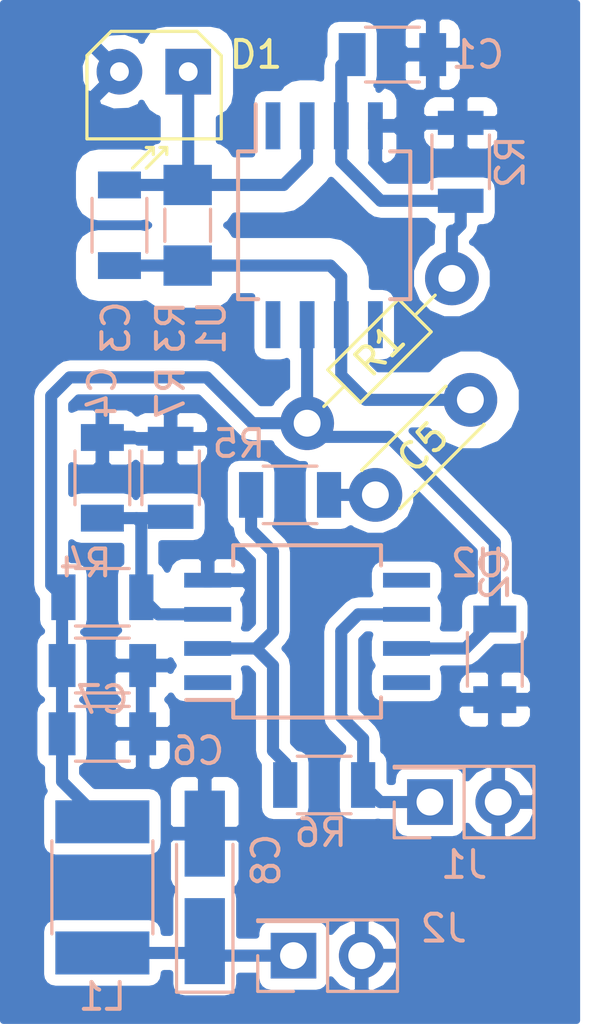
<source format=kicad_pcb>
(kicad_pcb (version 4) (host pcbnew 4.0.7)

  (general
    (links 38)
    (no_connects 1)
    (area 151.13 91.262 173.74962 130.199)
    (thickness 1.6)
    (drawings 0)
    (tracks 71)
    (zones 0)
    (modules 21)
    (nets 11)
  )

  (page A4)
  (layers
    (0 F.Cu signal)
    (31 B.Cu signal)
    (32 B.Adhes user)
    (33 F.Adhes user)
    (34 B.Paste user)
    (35 F.Paste user)
    (36 B.SilkS user)
    (37 F.SilkS user)
    (38 B.Mask user)
    (39 F.Mask user)
    (40 Dwgs.User user)
    (41 Cmts.User user)
    (42 Eco1.User user)
    (43 Eco2.User user)
    (44 Edge.Cuts user)
    (45 Margin user)
    (46 B.CrtYd user)
    (47 F.CrtYd user)
    (48 B.Fab user)
    (49 F.Fab user)
  )

  (setup
    (last_trace_width 0.45)
    (trace_clearance 0.25)
    (zone_clearance 0.408)
    (zone_45_only no)
    (trace_min 0.25)
    (segment_width 0.2)
    (edge_width 0.15)
    (via_size 0.6)
    (via_drill 0.4)
    (via_min_size 0.4)
    (via_min_drill 0.3)
    (uvia_size 0.3)
    (uvia_drill 0.1)
    (uvias_allowed no)
    (uvia_min_size 0.2)
    (uvia_min_drill 0.1)
    (pcb_text_width 0.3)
    (pcb_text_size 1.5 1.5)
    (mod_edge_width 0.15)
    (mod_text_size 1 1)
    (mod_text_width 0.15)
    (pad_size 1.524 1.524)
    (pad_drill 0.762)
    (pad_to_mask_clearance 0.2)
    (aux_axis_origin 0 0)
    (visible_elements FFFFFFDF)
    (pcbplotparams
      (layerselection 0x00030_80000001)
      (usegerberextensions false)
      (excludeedgelayer true)
      (linewidth 0.100000)
      (plotframeref false)
      (viasonmask false)
      (mode 1)
      (useauxorigin false)
      (hpglpennumber 1)
      (hpglpenspeed 20)
      (hpglpendiameter 15)
      (hpglpenoverlay 2)
      (psnegative false)
      (psa4output false)
      (plotreference true)
      (plotvalue true)
      (plotinvisibletext false)
      (padsonsilk false)
      (subtractmaskfromsilk false)
      (outputformat 1)
      (mirror false)
      (drillshape 1)
      (scaleselection 1)
      (outputdirectory ""))
  )

  (net 0 "")
  (net 1 "Net-(C1-Pad1)")
  (net 2 GND)
  (net 3 "Net-(C3-Pad1)")
  (net 4 "Net-(C3-Pad2)")
  (net 5 "Net-(C5-Pad1)")
  (net 6 "Net-(J1-Pad1)")
  (net 7 "Net-(R5-Pad2)")
  (net 8 "Net-(C2-Pad1)")
  (net 9 "Net-(C4-Pad1)")
  (net 10 "Net-(C8-Pad1)")

  (net_class Default "This is the default net class."
    (clearance 0.25)
    (trace_width 0.45)
    (via_dia 0.6)
    (via_drill 0.4)
    (uvia_dia 0.3)
    (uvia_drill 0.1)
    (add_net GND)
    (add_net "Net-(C1-Pad1)")
    (add_net "Net-(C2-Pad1)")
    (add_net "Net-(C4-Pad1)")
    (add_net "Net-(C5-Pad1)")
    (add_net "Net-(C8-Pad1)")
    (add_net "Net-(J1-Pad1)")
    (add_net "Net-(R5-Pad2)")
  )

  (net_class "low signal" ""
    (clearance 0.8)
    (trace_width 0.45)
    (via_dia 0.6)
    (via_drill 0.4)
    (uvia_dia 0.3)
    (uvia_drill 0.1)
    (add_net "Net-(C3-Pad1)")
    (add_net "Net-(C3-Pad2)")
  )

  (module Resistors_THT:R_Axial_DIN0204_L3.6mm_D1.6mm_P7.62mm_Horizontal (layer F.Cu) (tedit 5A55EA9F) (tstamp 5A55E3B5)
    (at 162.56 107.188 45)
    (descr "Resistor, Axial_DIN0204 series, Axial, Horizontal, pin pitch=7.62mm, 0.16666666666666666W = 1/6W, length*diameter=3.6*1.6mm^2, http://cdn-reichelt.de/documents/datenblatt/B400/1_4W%23YAG.pdf")
    (tags "Resistor Axial_DIN0204 series Axial Horizontal pin pitch 7.62mm 0.16666666666666666W = 1/6W length 3.6mm diameter 1.6mm")
    (path /5A5379A2)
    (fp_text reference R1 (at 3.81 0 45) (layer F.SilkS)
      (effects (font (size 1 1) (thickness 0.15)))
    )
    (fp_text value 1k (at 3.81 1.86 45) (layer F.Fab)
      (effects (font (size 1 1) (thickness 0.15)))
    )
    (fp_line (start 2.01 -0.8) (end 2.01 0.8) (layer F.Fab) (width 0.1))
    (fp_line (start 2.01 0.8) (end 5.61 0.8) (layer F.Fab) (width 0.1))
    (fp_line (start 5.61 0.8) (end 5.61 -0.8) (layer F.Fab) (width 0.1))
    (fp_line (start 5.61 -0.8) (end 2.01 -0.8) (layer F.Fab) (width 0.1))
    (fp_line (start 0 0) (end 2.01 0) (layer F.Fab) (width 0.1))
    (fp_line (start 7.62 0) (end 5.61 0) (layer F.Fab) (width 0.1))
    (fp_line (start 1.95 -0.86) (end 1.95 0.86) (layer F.SilkS) (width 0.12))
    (fp_line (start 1.95 0.86) (end 5.67 0.86) (layer F.SilkS) (width 0.12))
    (fp_line (start 5.67 0.86) (end 5.67 -0.86) (layer F.SilkS) (width 0.12))
    (fp_line (start 5.67 -0.86) (end 1.95 -0.86) (layer F.SilkS) (width 0.12))
    (fp_line (start 0.88 0) (end 1.95 0) (layer F.SilkS) (width 0.12))
    (fp_line (start 6.74 0) (end 5.67 0) (layer F.SilkS) (width 0.12))
    (fp_line (start -0.95 -1.15) (end -0.95 1.15) (layer F.CrtYd) (width 0.05))
    (fp_line (start -0.95 1.15) (end 8.6 1.15) (layer F.CrtYd) (width 0.05))
    (fp_line (start 8.6 1.15) (end 8.6 -1.15) (layer F.CrtYd) (width 0.05))
    (fp_line (start 8.6 -1.15) (end -0.95 -1.15) (layer F.CrtYd) (width 0.05))
    (pad 1 thru_hole circle (at 0 0 45) (size 2 2) (drill 1) (layers *.Cu *.Mask)
      (net 8 "Net-(C2-Pad1)"))
    (pad 2 thru_hole circle (at 7.62 0 45) (size 2 2) (drill 1) (layers *.Cu *.Mask)
      (net 1 "Net-(C1-Pad1)"))
    (model ${KISYS3DMOD}/Resistors_THT.3dshapes/R_Axial_DIN0204_L3.6mm_D1.6mm_P7.62mm_Horizontal.wrl
      (at (xyz 0 0 0))
      (scale (xyz 0.393701 0.393701 0.393701))
      (rotate (xyz 0 0 0))
    )
  )

  (module Capacitors_THT:C_Disc_D4.3mm_W1.9mm_P5.00mm (layer F.Cu) (tedit 5A55EA61) (tstamp 5A55E239)
    (at 165.1 109.855 45)
    (descr "C, Disc series, Radial, pin pitch=5.00mm, , diameter*width=4.3*1.9mm^2, Capacitor, http://www.vishay.com/docs/45233/krseries.pdf")
    (tags "C Disc series Radial pin pitch 5.00mm  diameter 4.3mm width 1.9mm Capacitor")
    (path /5A54AF26)
    (fp_text reference C5 (at 2.5 0 45) (layer F.SilkS)
      (effects (font (size 1 1) (thickness 0.15)))
    )
    (fp_text value 1n (at 2.5 2.26 45) (layer F.Fab)
      (effects (font (size 1 1) (thickness 0.15)))
    )
    (fp_line (start 0.35 -0.95) (end 0.35 0.95) (layer F.Fab) (width 0.1))
    (fp_line (start 0.35 0.95) (end 4.65 0.95) (layer F.Fab) (width 0.1))
    (fp_line (start 4.65 0.95) (end 4.65 -0.95) (layer F.Fab) (width 0.1))
    (fp_line (start 4.65 -0.95) (end 0.35 -0.95) (layer F.Fab) (width 0.1))
    (fp_line (start 0.29 -1.01) (end 4.71 -1.01) (layer F.SilkS) (width 0.12))
    (fp_line (start 0.29 1.01) (end 4.71 1.01) (layer F.SilkS) (width 0.12))
    (fp_line (start 0.29 -1.01) (end 0.29 -0.996) (layer F.SilkS) (width 0.12))
    (fp_line (start 0.29 0.996) (end 0.29 1.01) (layer F.SilkS) (width 0.12))
    (fp_line (start 4.71 -1.01) (end 4.71 -0.996) (layer F.SilkS) (width 0.12))
    (fp_line (start 4.71 0.996) (end 4.71 1.01) (layer F.SilkS) (width 0.12))
    (fp_line (start -1.05 -1.3) (end -1.05 1.3) (layer F.CrtYd) (width 0.05))
    (fp_line (start -1.05 1.3) (end 6.05 1.3) (layer F.CrtYd) (width 0.05))
    (fp_line (start 6.05 1.3) (end 6.05 -1.3) (layer F.CrtYd) (width 0.05))
    (fp_line (start 6.05 -1.3) (end -1.05 -1.3) (layer F.CrtYd) (width 0.05))
    (fp_text user %R (at 2.5 0 45) (layer F.Fab)
      (effects (font (size 1 1) (thickness 0.15)))
    )
    (pad 1 thru_hole circle (at 0 0 45) (size 2 2) (drill 1) (layers *.Cu *.Mask)
      (net 5 "Net-(C5-Pad1)"))
    (pad 2 thru_hole circle (at 5 0 45) (size 2 2) (drill 1) (layers *.Cu *.Mask)
      (net 3 "Net-(C3-Pad1)"))
    (model ${KISYS3DMOD}/Capacitors_THT.3dshapes/C_Disc_D4.3mm_W1.9mm_P5.00mm.wrl
      (at (xyz 0 0 0))
      (scale (xyz 1 1 1))
      (rotate (xyz 0 0 0))
    )
  )

  (module Capacitors_SMD:C_1206 (layer B.Cu) (tedit 58AA84B8) (tstamp 5A537EB8)
    (at 165.735 93.472)
    (descr "Capacitor SMD 1206, reflow soldering, AVX (see smccp.pdf)")
    (tags "capacitor 1206")
    (path /5A5379D1)
    (attr smd)
    (fp_text reference C1 (at 3.175 0) (layer B.SilkS)
      (effects (font (size 1 1) (thickness 0.15)) (justify mirror))
    )
    (fp_text value 100n (at -4.445 -0.635) (layer B.Fab)
      (effects (font (size 1 1) (thickness 0.15)) (justify mirror))
    )
    (fp_text user %R (at -3.81 0.635) (layer B.Fab)
      (effects (font (size 1 1) (thickness 0.15)) (justify mirror))
    )
    (fp_line (start -1.6 -0.8) (end -1.6 0.8) (layer B.Fab) (width 0.1))
    (fp_line (start 1.6 -0.8) (end -1.6 -0.8) (layer B.Fab) (width 0.1))
    (fp_line (start 1.6 0.8) (end 1.6 -0.8) (layer B.Fab) (width 0.1))
    (fp_line (start -1.6 0.8) (end 1.6 0.8) (layer B.Fab) (width 0.1))
    (fp_line (start 1 1.02) (end -1 1.02) (layer B.SilkS) (width 0.12))
    (fp_line (start -1 -1.02) (end 1 -1.02) (layer B.SilkS) (width 0.12))
    (fp_line (start -2.25 1.05) (end 2.25 1.05) (layer B.CrtYd) (width 0.05))
    (fp_line (start -2.25 1.05) (end -2.25 -1.05) (layer B.CrtYd) (width 0.05))
    (fp_line (start 2.25 -1.05) (end 2.25 1.05) (layer B.CrtYd) (width 0.05))
    (fp_line (start 2.25 -1.05) (end -2.25 -1.05) (layer B.CrtYd) (width 0.05))
    (pad 1 smd rect (at -1.5 0) (size 1 1.6) (layers B.Cu B.Paste B.Mask)
      (net 1 "Net-(C1-Pad1)"))
    (pad 2 smd rect (at 1.5 0) (size 1 1.6) (layers B.Cu B.Paste B.Mask)
      (net 2 GND))
    (model Capacitors_SMD.3dshapes/C_1206.wrl
      (at (xyz 0 0 0))
      (scale (xyz 1 1 1))
      (rotate (xyz 0 0 0))
    )
  )

  (module Capacitors_SMD:C_1206 (layer B.Cu) (tedit 58AA84B8) (tstamp 5A537EBE)
    (at 169.545 115.975 270)
    (descr "Capacitor SMD 1206, reflow soldering, AVX (see smccp.pdf)")
    (tags "capacitor 1206")
    (path /5A538230)
    (attr smd)
    (fp_text reference C2 (at -3.175 0 270) (layer B.SilkS)
      (effects (font (size 1 1) (thickness 0.15)) (justify mirror))
    )
    (fp_text value 100n (at -5.08 -0.635 270) (layer B.Fab)
      (effects (font (size 1 1) (thickness 0.15)) (justify mirror))
    )
    (fp_text user %R (at -6.35 0.635 270) (layer B.Fab)
      (effects (font (size 1 1) (thickness 0.15)) (justify mirror))
    )
    (fp_line (start -1.6 -0.8) (end -1.6 0.8) (layer B.Fab) (width 0.1))
    (fp_line (start 1.6 -0.8) (end -1.6 -0.8) (layer B.Fab) (width 0.1))
    (fp_line (start 1.6 0.8) (end 1.6 -0.8) (layer B.Fab) (width 0.1))
    (fp_line (start -1.6 0.8) (end 1.6 0.8) (layer B.Fab) (width 0.1))
    (fp_line (start 1 1.02) (end -1 1.02) (layer B.SilkS) (width 0.12))
    (fp_line (start -1 -1.02) (end 1 -1.02) (layer B.SilkS) (width 0.12))
    (fp_line (start -2.25 1.05) (end 2.25 1.05) (layer B.CrtYd) (width 0.05))
    (fp_line (start -2.25 1.05) (end -2.25 -1.05) (layer B.CrtYd) (width 0.05))
    (fp_line (start 2.25 -1.05) (end 2.25 1.05) (layer B.CrtYd) (width 0.05))
    (fp_line (start 2.25 -1.05) (end -2.25 -1.05) (layer B.CrtYd) (width 0.05))
    (pad 1 smd rect (at -1.5 0 270) (size 1 1.6) (layers B.Cu B.Paste B.Mask)
      (net 8 "Net-(C2-Pad1)"))
    (pad 2 smd rect (at 1.5 0 270) (size 1 1.6) (layers B.Cu B.Paste B.Mask)
      (net 2 GND))
    (model Capacitors_SMD.3dshapes/C_1206.wrl
      (at (xyz 0 0 0))
      (scale (xyz 1 1 1))
      (rotate (xyz 0 0 0))
    )
  )

  (module Opto-Devices:PhotoDiode_BPW82 (layer F.Cu) (tedit 588C9E1E) (tstamp 5A537ECA)
    (at 158.135 94.107 180)
    (descr "PhotoDiode, BPW82, RM2.54")
    (tags "PhotoDiode BPW82 RM2.54")
    (path /5A537622)
    (fp_text reference D1 (at -2.52 0.635 180) (layer F.SilkS)
      (effects (font (size 1 1) (thickness 0.15)))
    )
    (fp_text value D_Photo (at 1.25 -3.5 180) (layer F.Fab)
      (effects (font (size 1 1) (thickness 0.15)))
    )
    (fp_line (start -1.15 -2.45) (end 3.7 -2.45) (layer F.Fab) (width 0.1))
    (fp_line (start 3.7 -2.45) (end 3.7 0.55) (layer F.Fab) (width 0.1))
    (fp_line (start 3.7 0.55) (end 2.85 1.4) (layer F.Fab) (width 0.1))
    (fp_line (start 2.85 1.4) (end -0.3 1.4) (layer F.Fab) (width 0.1))
    (fp_line (start -0.3 1.4) (end -1.15 0.55) (layer F.Fab) (width 0.1))
    (fp_line (start -1.15 0.55) (end -1.15 -2.45) (layer F.Fab) (width 0.1))
    (fp_line (start -1.23 -2.5) (end -1.23 0.6) (layer F.SilkS) (width 0.12))
    (fp_line (start -1.23 0.6) (end -0.33 1.5) (layer F.SilkS) (width 0.12))
    (fp_line (start -0.33 1.5) (end 2.87 1.5) (layer F.SilkS) (width 0.12))
    (fp_line (start 3.77 -2.5) (end 3.77 0.6) (layer F.SilkS) (width 0.12))
    (fp_line (start 3.77 0.6) (end 2.87 1.5) (layer F.SilkS) (width 0.12))
    (fp_line (start -1.23 -2.5) (end 3.77 -2.5) (layer F.SilkS) (width 0.12))
    (fp_line (start 1.3 -2.82) (end 1.56 -2.82) (layer F.SilkS) (width 0.12))
    (fp_line (start 1.3 -2.82) (end 1.3 -3.08) (layer F.SilkS) (width 0.12))
    (fp_line (start 0.8 -2.82) (end 1.05 -2.82) (layer F.SilkS) (width 0.12))
    (fp_line (start 0.8 -2.82) (end 0.8 -3.08) (layer F.SilkS) (width 0.12))
    (fp_line (start 1.56 -3.59) (end 0.8 -2.82) (layer F.SilkS) (width 0.12))
    (fp_line (start 2.07 -3.59) (end 1.3 -2.82) (layer F.SilkS) (width 0.12))
    (fp_line (start -1.4 -2.7) (end 3.95 -2.7) (layer F.CrtYd) (width 0.05))
    (fp_line (start -1.4 -2.7) (end -1.4 1.65) (layer F.CrtYd) (width 0.05))
    (fp_line (start 3.95 1.65) (end 3.95 -2.7) (layer F.CrtYd) (width 0.05))
    (fp_line (start 3.95 1.65) (end -1.4 1.65) (layer F.CrtYd) (width 0.05))
    (pad 2 thru_hole circle (at 2.56 0) (size 1.7 1.7) (drill 0.7) (layers *.Cu *.Mask)
      (net 2 GND))
    (pad 1 thru_hole rect (at 0 0) (size 1.7 1.7) (drill 0.7) (layers *.Cu *.Mask)
      (net 4 "Net-(C3-Pad2)"))
  )

  (module Resistors_SMD:R_1206 (layer B.Cu) (tedit 58E0A804) (tstamp 5A537EDC)
    (at 168.275 97.462 90)
    (descr "Resistor SMD 1206, reflow soldering, Vishay (see dcrcw.pdf)")
    (tags "resistor 1206")
    (path /5A537971)
    (attr smd)
    (fp_text reference R2 (at 0 1.85 90) (layer B.SilkS)
      (effects (font (size 1 1) (thickness 0.15)) (justify mirror))
    )
    (fp_text value 1k (at 0.635 1.905 90) (layer B.Fab)
      (effects (font (size 1 1) (thickness 0.15)) (justify mirror))
    )
    (fp_text user %R (at 0 0 90) (layer F.Fab)
      (effects (font (size 0.7 0.7) (thickness 0.105)))
    )
    (fp_line (start -1.6 -0.8) (end -1.6 0.8) (layer B.Fab) (width 0.1))
    (fp_line (start 1.6 -0.8) (end -1.6 -0.8) (layer B.Fab) (width 0.1))
    (fp_line (start 1.6 0.8) (end 1.6 -0.8) (layer B.Fab) (width 0.1))
    (fp_line (start -1.6 0.8) (end 1.6 0.8) (layer B.Fab) (width 0.1))
    (fp_line (start 1 -1.07) (end -1 -1.07) (layer B.SilkS) (width 0.12))
    (fp_line (start -1 1.07) (end 1 1.07) (layer B.SilkS) (width 0.12))
    (fp_line (start -2.15 1.11) (end 2.15 1.11) (layer B.CrtYd) (width 0.05))
    (fp_line (start -2.15 1.11) (end -2.15 -1.1) (layer B.CrtYd) (width 0.05))
    (fp_line (start 2.15 -1.1) (end 2.15 1.11) (layer B.CrtYd) (width 0.05))
    (fp_line (start 2.15 -1.1) (end -2.15 -1.1) (layer B.CrtYd) (width 0.05))
    (pad 1 smd rect (at -1.45 0 90) (size 0.9 1.7) (layers B.Cu B.Paste B.Mask)
      (net 1 "Net-(C1-Pad1)"))
    (pad 2 smd rect (at 1.45 0 90) (size 0.9 1.7) (layers B.Cu B.Paste B.Mask)
      (net 2 GND))
    (model ${KISYS3DMOD}/Resistors_SMD.3dshapes/R_1206.wrl
      (at (xyz 0 0 0))
      (scale (xyz 1 1 1))
      (rotate (xyz 0 0 0))
    )
  )

  (module Housings_SOIC:SO-8_5.3x6.2mm_Pitch1.27mm (layer B.Cu) (tedit 59920130) (tstamp 5A54BF66)
    (at 162.56 114.935)
    (descr "8-Lead Plastic Small Outline, 5.3x6.2mm Body (http://www.ti.com.cn/cn/lit/ds/symlink/tl7705a.pdf)")
    (tags "SOIC 1.27")
    (path /5A54EB63)
    (attr smd)
    (fp_text reference U2 (at 6.35 -2.54) (layer B.SilkS)
      (effects (font (size 1 1) (thickness 0.15)) (justify mirror))
    )
    (fp_text value OPA333xxD (at 0 -4.13) (layer B.Fab)
      (effects (font (size 1 1) (thickness 0.15)) (justify mirror))
    )
    (fp_text user %R (at 0 0) (layer B.Fab)
      (effects (font (size 1 1) (thickness 0.15)) (justify mirror))
    )
    (fp_line (start -1.65 3.1) (end 2.65 3.1) (layer B.Fab) (width 0.15))
    (fp_line (start 2.65 3.1) (end 2.65 -3.1) (layer B.Fab) (width 0.15))
    (fp_line (start 2.65 -3.1) (end -2.65 -3.1) (layer B.Fab) (width 0.15))
    (fp_line (start -2.65 -3.1) (end -2.65 2.1) (layer B.Fab) (width 0.15))
    (fp_line (start -2.65 2.1) (end -1.65 3.1) (layer B.Fab) (width 0.15))
    (fp_line (start -4.83 3.35) (end -4.83 -3.35) (layer B.CrtYd) (width 0.05))
    (fp_line (start 4.83 3.35) (end 4.83 -3.35) (layer B.CrtYd) (width 0.05))
    (fp_line (start -4.83 3.35) (end 4.83 3.35) (layer B.CrtYd) (width 0.05))
    (fp_line (start -4.83 -3.35) (end 4.83 -3.35) (layer B.CrtYd) (width 0.05))
    (fp_line (start -2.75 3.205) (end -2.75 2.55) (layer B.SilkS) (width 0.15))
    (fp_line (start 2.75 3.205) (end 2.75 2.455) (layer B.SilkS) (width 0.15))
    (fp_line (start 2.75 -3.205) (end 2.75 -2.455) (layer B.SilkS) (width 0.15))
    (fp_line (start -2.75 -3.205) (end -2.75 -2.455) (layer B.SilkS) (width 0.15))
    (fp_line (start -2.75 3.205) (end 2.75 3.205) (layer B.SilkS) (width 0.15))
    (fp_line (start -2.75 -3.205) (end 2.75 -3.205) (layer B.SilkS) (width 0.15))
    (fp_line (start -2.75 2.55) (end -4.5 2.55) (layer B.SilkS) (width 0.15))
    (pad 1 smd rect (at -3.7 1.905) (size 1.75 0.55) (layers B.Cu B.Paste B.Mask))
    (pad 2 smd rect (at -3.7 0.635) (size 1.75 0.55) (layers B.Cu B.Paste B.Mask)
      (net 7 "Net-(R5-Pad2)"))
    (pad 3 smd rect (at -3.7 -0.635) (size 1.75 0.55) (layers B.Cu B.Paste B.Mask)
      (net 9 "Net-(C4-Pad1)"))
    (pad 4 smd rect (at -3.7 -1.905) (size 1.75 0.55) (layers B.Cu B.Paste B.Mask)
      (net 2 GND))
    (pad 5 smd rect (at 3.7 -1.905) (size 1.75 0.55) (layers B.Cu B.Paste B.Mask))
    (pad 6 smd rect (at 3.7 -0.635) (size 1.75 0.55) (layers B.Cu B.Paste B.Mask)
      (net 6 "Net-(J1-Pad1)"))
    (pad 7 smd rect (at 3.7 0.635) (size 1.75 0.55) (layers B.Cu B.Paste B.Mask)
      (net 8 "Net-(C2-Pad1)"))
    (pad 8 smd rect (at 3.7 1.905) (size 1.75 0.55) (layers B.Cu B.Paste B.Mask))
    (model ${KISYS3DMOD}/Housings_SOIC.3dshapes/SO-8_5.3x6.2mm_Pitch1.27mm.wrl
      (at (xyz 0 0 0))
      (scale (xyz 1 1 1))
      (rotate (xyz 0 0 0))
    )
  )

  (module Capacitors_SMD:C_1206 (layer B.Cu) (tedit 58AA84B8) (tstamp 5A54BFF7)
    (at 155.575 99.822 90)
    (descr "Capacitor SMD 1206, reflow soldering, AVX (see smccp.pdf)")
    (tags "capacitor 1206")
    (path /5A537AAB)
    (attr smd)
    (fp_text reference C3 (at -3.81 -0.127 90) (layer B.SilkS)
      (effects (font (size 1 1) (thickness 0.15)) (justify mirror))
    )
    (fp_text value 2p (at 0 -2 90) (layer B.Fab)
      (effects (font (size 1 1) (thickness 0.15)) (justify mirror))
    )
    (fp_text user %R (at 0 1.75 90) (layer B.Fab)
      (effects (font (size 1 1) (thickness 0.15)) (justify mirror))
    )
    (fp_line (start -1.6 -0.8) (end -1.6 0.8) (layer B.Fab) (width 0.1))
    (fp_line (start 1.6 -0.8) (end -1.6 -0.8) (layer B.Fab) (width 0.1))
    (fp_line (start 1.6 0.8) (end 1.6 -0.8) (layer B.Fab) (width 0.1))
    (fp_line (start -1.6 0.8) (end 1.6 0.8) (layer B.Fab) (width 0.1))
    (fp_line (start 1 1.02) (end -1 1.02) (layer B.SilkS) (width 0.12))
    (fp_line (start -1 -1.02) (end 1 -1.02) (layer B.SilkS) (width 0.12))
    (fp_line (start -2.25 1.05) (end 2.25 1.05) (layer B.CrtYd) (width 0.05))
    (fp_line (start -2.25 1.05) (end -2.25 -1.05) (layer B.CrtYd) (width 0.05))
    (fp_line (start 2.25 -1.05) (end 2.25 1.05) (layer B.CrtYd) (width 0.05))
    (fp_line (start 2.25 -1.05) (end -2.25 -1.05) (layer B.CrtYd) (width 0.05))
    (pad 1 smd rect (at -1.5 0 90) (size 1 1.6) (layers B.Cu B.Paste B.Mask)
      (net 3 "Net-(C3-Pad1)"))
    (pad 2 smd rect (at 1.5 0 90) (size 1 1.6) (layers B.Cu B.Paste B.Mask)
      (net 4 "Net-(C3-Pad2)"))
    (model Capacitors_SMD.3dshapes/C_1206.wrl
      (at (xyz 0 0 0))
      (scale (xyz 1 1 1))
      (rotate (xyz 0 0 0))
    )
  )

  (module Housings_SOIC:SO-8_5.3x6.2mm_Pitch1.27mm (layer B.Cu) (tedit 59920130) (tstamp 5A54C01A)
    (at 163.195 99.822 270)
    (descr "8-Lead Plastic Small Outline, 5.3x6.2mm Body (http://www.ti.com.cn/cn/lit/ds/symlink/tl7705a.pdf)")
    (tags "SOIC 1.27")
    (path /5A54E9B2)
    (attr smd)
    (fp_text reference U1 (at 3.81 4.191 270) (layer B.SilkS)
      (effects (font (size 1 1) (thickness 0.15)) (justify mirror))
    )
    (fp_text value OPA333xxD (at 0 -4.13 270) (layer B.Fab)
      (effects (font (size 1 1) (thickness 0.15)) (justify mirror))
    )
    (fp_text user %R (at 0 0 270) (layer B.Fab)
      (effects (font (size 1 1) (thickness 0.15)) (justify mirror))
    )
    (fp_line (start -1.65 3.1) (end 2.65 3.1) (layer B.Fab) (width 0.15))
    (fp_line (start 2.65 3.1) (end 2.65 -3.1) (layer B.Fab) (width 0.15))
    (fp_line (start 2.65 -3.1) (end -2.65 -3.1) (layer B.Fab) (width 0.15))
    (fp_line (start -2.65 -3.1) (end -2.65 2.1) (layer B.Fab) (width 0.15))
    (fp_line (start -2.65 2.1) (end -1.65 3.1) (layer B.Fab) (width 0.15))
    (fp_line (start -4.83 3.35) (end -4.83 -3.35) (layer B.CrtYd) (width 0.05))
    (fp_line (start 4.83 3.35) (end 4.83 -3.35) (layer B.CrtYd) (width 0.05))
    (fp_line (start -4.83 3.35) (end 4.83 3.35) (layer B.CrtYd) (width 0.05))
    (fp_line (start -4.83 -3.35) (end 4.83 -3.35) (layer B.CrtYd) (width 0.05))
    (fp_line (start -2.75 3.205) (end -2.75 2.55) (layer B.SilkS) (width 0.15))
    (fp_line (start 2.75 3.205) (end 2.75 2.455) (layer B.SilkS) (width 0.15))
    (fp_line (start 2.75 -3.205) (end 2.75 -2.455) (layer B.SilkS) (width 0.15))
    (fp_line (start -2.75 -3.205) (end -2.75 -2.455) (layer B.SilkS) (width 0.15))
    (fp_line (start -2.75 3.205) (end 2.75 3.205) (layer B.SilkS) (width 0.15))
    (fp_line (start -2.75 -3.205) (end 2.75 -3.205) (layer B.SilkS) (width 0.15))
    (fp_line (start -2.75 2.55) (end -4.5 2.55) (layer B.SilkS) (width 0.15))
    (pad 1 smd rect (at -3.7 1.905 270) (size 1.75 0.55) (layers B.Cu B.Paste B.Mask))
    (pad 2 smd rect (at -3.7 0.635 270) (size 1.75 0.55) (layers B.Cu B.Paste B.Mask)
      (net 4 "Net-(C3-Pad2)"))
    (pad 3 smd rect (at -3.7 -0.635 270) (size 1.75 0.55) (layers B.Cu B.Paste B.Mask)
      (net 1 "Net-(C1-Pad1)"))
    (pad 4 smd rect (at -3.7 -1.905 270) (size 1.75 0.55) (layers B.Cu B.Paste B.Mask)
      (net 2 GND))
    (pad 5 smd rect (at 3.7 -1.905 270) (size 1.75 0.55) (layers B.Cu B.Paste B.Mask))
    (pad 6 smd rect (at 3.7 -0.635 270) (size 1.75 0.55) (layers B.Cu B.Paste B.Mask)
      (net 3 "Net-(C3-Pad1)"))
    (pad 7 smd rect (at 3.7 0.635 270) (size 1.75 0.55) (layers B.Cu B.Paste B.Mask)
      (net 8 "Net-(C2-Pad1)"))
    (pad 8 smd rect (at 3.7 1.905 270) (size 1.75 0.55) (layers B.Cu B.Paste B.Mask))
    (model ${KISYS3DMOD}/Housings_SOIC.3dshapes/SO-8_5.3x6.2mm_Pitch1.27mm.wrl
      (at (xyz 0 0 0))
      (scale (xyz 1 1 1))
      (rotate (xyz 0 0 0))
    )
  )

  (module Resistors_SMD:R_1206 (layer B.Cu) (tedit 58E0A804) (tstamp 5A54C31A)
    (at 161.925 109.855 180)
    (descr "Resistor SMD 1206, reflow soldering, Vishay (see dcrcw.pdf)")
    (tags "resistor 1206")
    (path /5A54AF76)
    (attr smd)
    (fp_text reference R5 (at 1.905 1.905 180) (layer B.SilkS)
      (effects (font (size 1 1) (thickness 0.15)) (justify mirror))
    )
    (fp_text value 10k (at 0 -1.95 180) (layer B.Fab)
      (effects (font (size 1 1) (thickness 0.15)) (justify mirror))
    )
    (fp_text user %R (at 0 0 180) (layer B.Fab)
      (effects (font (size 0.7 0.7) (thickness 0.105)) (justify mirror))
    )
    (fp_line (start -1.6 -0.8) (end -1.6 0.8) (layer B.Fab) (width 0.1))
    (fp_line (start 1.6 -0.8) (end -1.6 -0.8) (layer B.Fab) (width 0.1))
    (fp_line (start 1.6 0.8) (end 1.6 -0.8) (layer B.Fab) (width 0.1))
    (fp_line (start -1.6 0.8) (end 1.6 0.8) (layer B.Fab) (width 0.1))
    (fp_line (start 1 -1.07) (end -1 -1.07) (layer B.SilkS) (width 0.12))
    (fp_line (start -1 1.07) (end 1 1.07) (layer B.SilkS) (width 0.12))
    (fp_line (start -2.15 1.11) (end 2.15 1.11) (layer B.CrtYd) (width 0.05))
    (fp_line (start -2.15 1.11) (end -2.15 -1.1) (layer B.CrtYd) (width 0.05))
    (fp_line (start 2.15 -1.1) (end 2.15 1.11) (layer B.CrtYd) (width 0.05))
    (fp_line (start 2.15 -1.1) (end -2.15 -1.1) (layer B.CrtYd) (width 0.05))
    (pad 1 smd rect (at -1.45 0 180) (size 0.9 1.7) (layers B.Cu B.Paste B.Mask)
      (net 5 "Net-(C5-Pad1)"))
    (pad 2 smd rect (at 1.45 0 180) (size 0.9 1.7) (layers B.Cu B.Paste B.Mask)
      (net 7 "Net-(R5-Pad2)"))
    (model ${KISYS3DMOD}/Resistors_SMD.3dshapes/R_1206.wrl
      (at (xyz 0 0 0))
      (scale (xyz 1 1 1))
      (rotate (xyz 0 0 0))
    )
  )

  (module Resistors_SMD:R_1206 (layer B.Cu) (tedit 58E0A804) (tstamp 5A54C31F)
    (at 163.195 120.65)
    (descr "Resistor SMD 1206, reflow soldering, Vishay (see dcrcw.pdf)")
    (tags "resistor 1206")
    (path /5A54AFD7)
    (attr smd)
    (fp_text reference R6 (at -0.127 1.778) (layer B.SilkS)
      (effects (font (size 1 1) (thickness 0.15)) (justify mirror))
    )
    (fp_text value 1M (at 0 -1.95) (layer B.Fab)
      (effects (font (size 1 1) (thickness 0.15)) (justify mirror))
    )
    (fp_text user %R (at 0 0) (layer B.Fab)
      (effects (font (size 0.7 0.7) (thickness 0.105)) (justify mirror))
    )
    (fp_line (start -1.6 -0.8) (end -1.6 0.8) (layer B.Fab) (width 0.1))
    (fp_line (start 1.6 -0.8) (end -1.6 -0.8) (layer B.Fab) (width 0.1))
    (fp_line (start 1.6 0.8) (end 1.6 -0.8) (layer B.Fab) (width 0.1))
    (fp_line (start -1.6 0.8) (end 1.6 0.8) (layer B.Fab) (width 0.1))
    (fp_line (start 1 -1.07) (end -1 -1.07) (layer B.SilkS) (width 0.12))
    (fp_line (start -1 1.07) (end 1 1.07) (layer B.SilkS) (width 0.12))
    (fp_line (start -2.15 1.11) (end 2.15 1.11) (layer B.CrtYd) (width 0.05))
    (fp_line (start -2.15 1.11) (end -2.15 -1.1) (layer B.CrtYd) (width 0.05))
    (fp_line (start 2.15 -1.1) (end 2.15 1.11) (layer B.CrtYd) (width 0.05))
    (fp_line (start 2.15 -1.1) (end -2.15 -1.1) (layer B.CrtYd) (width 0.05))
    (pad 1 smd rect (at -1.45 0) (size 0.9 1.7) (layers B.Cu B.Paste B.Mask)
      (net 7 "Net-(R5-Pad2)"))
    (pad 2 smd rect (at 1.45 0) (size 0.9 1.7) (layers B.Cu B.Paste B.Mask)
      (net 6 "Net-(J1-Pad1)"))
    (model ${KISYS3DMOD}/Resistors_SMD.3dshapes/R_1206.wrl
      (at (xyz 0 0 0))
      (scale (xyz 1 1 1))
      (rotate (xyz 0 0 0))
    )
  )

  (module Capacitors_SMD:C_1206 (layer B.Cu) (tedit 58AA84B8) (tstamp 5A54D9A3)
    (at 154.94 109.22 90)
    (descr "Capacitor SMD 1206, reflow soldering, AVX (see smccp.pdf)")
    (tags "capacitor 1206")
    (path /5A54F62E)
    (attr smd)
    (fp_text reference C4 (at 3.175 0 90) (layer B.SilkS)
      (effects (font (size 1 1) (thickness 0.15)) (justify mirror))
    )
    (fp_text value 100n (at 0 -2 90) (layer B.Fab)
      (effects (font (size 1 1) (thickness 0.15)) (justify mirror))
    )
    (fp_text user %R (at 0 1.75 90) (layer B.Fab)
      (effects (font (size 1 1) (thickness 0.15)) (justify mirror))
    )
    (fp_line (start -1.6 -0.8) (end -1.6 0.8) (layer B.Fab) (width 0.1))
    (fp_line (start 1.6 -0.8) (end -1.6 -0.8) (layer B.Fab) (width 0.1))
    (fp_line (start 1.6 0.8) (end 1.6 -0.8) (layer B.Fab) (width 0.1))
    (fp_line (start -1.6 0.8) (end 1.6 0.8) (layer B.Fab) (width 0.1))
    (fp_line (start 1 1.02) (end -1 1.02) (layer B.SilkS) (width 0.12))
    (fp_line (start -1 -1.02) (end 1 -1.02) (layer B.SilkS) (width 0.12))
    (fp_line (start -2.25 1.05) (end 2.25 1.05) (layer B.CrtYd) (width 0.05))
    (fp_line (start -2.25 1.05) (end -2.25 -1.05) (layer B.CrtYd) (width 0.05))
    (fp_line (start 2.25 -1.05) (end 2.25 1.05) (layer B.CrtYd) (width 0.05))
    (fp_line (start 2.25 -1.05) (end -2.25 -1.05) (layer B.CrtYd) (width 0.05))
    (pad 1 smd rect (at -1.5 0 90) (size 1 1.6) (layers B.Cu B.Paste B.Mask)
      (net 9 "Net-(C4-Pad1)"))
    (pad 2 smd rect (at 1.5 0 90) (size 1 1.6) (layers B.Cu B.Paste B.Mask)
      (net 2 GND))
    (model Capacitors_SMD.3dshapes/C_1206.wrl
      (at (xyz 0 0 0))
      (scale (xyz 1 1 1))
      (rotate (xyz 0 0 0))
    )
  )

  (module Capacitors_SMD:C_1206 (layer B.Cu) (tedit 58AA84B8) (tstamp 5A54D9A9)
    (at 154.94 118.745)
    (descr "Capacitor SMD 1206, reflow soldering, AVX (see smccp.pdf)")
    (tags "capacitor 1206")
    (path /5A550718)
    (attr smd)
    (fp_text reference C6 (at 3.556 0.635) (layer B.SilkS)
      (effects (font (size 1 1) (thickness 0.15)) (justify mirror))
    )
    (fp_text value 100n (at 0 -2) (layer B.Fab)
      (effects (font (size 1 1) (thickness 0.15)) (justify mirror))
    )
    (fp_text user %R (at 0 1.75) (layer B.Fab)
      (effects (font (size 1 1) (thickness 0.15)) (justify mirror))
    )
    (fp_line (start -1.6 -0.8) (end -1.6 0.8) (layer B.Fab) (width 0.1))
    (fp_line (start 1.6 -0.8) (end -1.6 -0.8) (layer B.Fab) (width 0.1))
    (fp_line (start 1.6 0.8) (end 1.6 -0.8) (layer B.Fab) (width 0.1))
    (fp_line (start -1.6 0.8) (end 1.6 0.8) (layer B.Fab) (width 0.1))
    (fp_line (start 1 1.02) (end -1 1.02) (layer B.SilkS) (width 0.12))
    (fp_line (start -1 -1.02) (end 1 -1.02) (layer B.SilkS) (width 0.12))
    (fp_line (start -2.25 1.05) (end 2.25 1.05) (layer B.CrtYd) (width 0.05))
    (fp_line (start -2.25 1.05) (end -2.25 -1.05) (layer B.CrtYd) (width 0.05))
    (fp_line (start 2.25 -1.05) (end 2.25 1.05) (layer B.CrtYd) (width 0.05))
    (fp_line (start 2.25 -1.05) (end -2.25 -1.05) (layer B.CrtYd) (width 0.05))
    (pad 1 smd rect (at -1.5 0) (size 1 1.6) (layers B.Cu B.Paste B.Mask)
      (net 8 "Net-(C2-Pad1)"))
    (pad 2 smd rect (at 1.5 0) (size 1 1.6) (layers B.Cu B.Paste B.Mask)
      (net 2 GND))
    (model Capacitors_SMD.3dshapes/C_1206.wrl
      (at (xyz 0 0 0))
      (scale (xyz 1 1 1))
      (rotate (xyz 0 0 0))
    )
  )

  (module Capacitors_SMD:C_1206 (layer B.Cu) (tedit 58AA84B8) (tstamp 5A54D9AF)
    (at 154.94 116.205)
    (descr "Capacitor SMD 1206, reflow soldering, AVX (see smccp.pdf)")
    (tags "capacitor 1206")
    (path /5A550D62)
    (attr smd)
    (fp_text reference C7 (at 0 1.27) (layer B.SilkS)
      (effects (font (size 1 1) (thickness 0.15)) (justify mirror))
    )
    (fp_text value 100n (at 0 -2) (layer B.Fab)
      (effects (font (size 1 1) (thickness 0.15)) (justify mirror))
    )
    (fp_text user %R (at 0 1.75) (layer B.Fab)
      (effects (font (size 1 1) (thickness 0.15)) (justify mirror))
    )
    (fp_line (start -1.6 -0.8) (end -1.6 0.8) (layer B.Fab) (width 0.1))
    (fp_line (start 1.6 -0.8) (end -1.6 -0.8) (layer B.Fab) (width 0.1))
    (fp_line (start 1.6 0.8) (end 1.6 -0.8) (layer B.Fab) (width 0.1))
    (fp_line (start -1.6 0.8) (end 1.6 0.8) (layer B.Fab) (width 0.1))
    (fp_line (start 1 1.02) (end -1 1.02) (layer B.SilkS) (width 0.12))
    (fp_line (start -1 -1.02) (end 1 -1.02) (layer B.SilkS) (width 0.12))
    (fp_line (start -2.25 1.05) (end 2.25 1.05) (layer B.CrtYd) (width 0.05))
    (fp_line (start -2.25 1.05) (end -2.25 -1.05) (layer B.CrtYd) (width 0.05))
    (fp_line (start 2.25 -1.05) (end 2.25 1.05) (layer B.CrtYd) (width 0.05))
    (fp_line (start 2.25 -1.05) (end -2.25 -1.05) (layer B.CrtYd) (width 0.05))
    (pad 1 smd rect (at -1.5 0) (size 1 1.6) (layers B.Cu B.Paste B.Mask)
      (net 8 "Net-(C2-Pad1)"))
    (pad 2 smd rect (at 1.5 0) (size 1 1.6) (layers B.Cu B.Paste B.Mask)
      (net 2 GND))
    (model Capacitors_SMD.3dshapes/C_1206.wrl
      (at (xyz 0 0 0))
      (scale (xyz 1 1 1))
      (rotate (xyz 0 0 0))
    )
  )

  (module Resistors_SMD:R_MiniMELF_MMA-0204 (layer B.Cu) (tedit 58FE61E9) (tstamp 5A54D9BB)
    (at 158.115 99.822 270)
    (descr "Resistor, MiniMELF, MMA-0204, http://www.vishay.com/docs/28713/melfprof.pdf")
    (tags "MiniMELF Resistor")
    (path /5A537870)
    (attr smd)
    (fp_text reference R3 (at 3.81 0.635 270) (layer B.SilkS)
      (effects (font (size 1 1) (thickness 0.15)) (justify mirror))
    )
    (fp_text value 10M (at 0 -1.7 270) (layer B.Fab)
      (effects (font (size 1 1) (thickness 0.15)) (justify mirror))
    )
    (fp_text user %R (at 0 0 270) (layer B.Fab)
      (effects (font (size 0.6 0.6) (thickness 0.12)) (justify mirror))
    )
    (fp_line (start 0.6 -0.85) (end -0.6 -0.85) (layer B.SilkS) (width 0.12))
    (fp_line (start -0.6 0.85) (end 0.6 0.85) (layer B.SilkS) (width 0.12))
    (fp_line (start 0.9 -0.7) (end 0.9 0.7) (layer B.Fab) (width 0.12))
    (fp_line (start -0.9 0.7) (end -0.9 -0.7) (layer B.Fab) (width 0.12))
    (fp_line (start -1.8 0.7) (end -1.8 -0.7) (layer B.Fab) (width 0.12))
    (fp_line (start -1.8 -0.7) (end 1.8 -0.7) (layer B.Fab) (width 0.12))
    (fp_line (start 1.8 -0.7) (end 1.8 0.7) (layer B.Fab) (width 0.12))
    (fp_line (start 1.8 0.7) (end -1.8 0.7) (layer B.Fab) (width 0.12))
    (fp_line (start -2.5 1.15) (end 2.5 1.15) (layer B.CrtYd) (width 0.05))
    (fp_line (start -2.5 1.15) (end -2.5 -1.15) (layer B.CrtYd) (width 0.05))
    (fp_line (start 2.5 -1.15) (end 2.5 1.15) (layer B.CrtYd) (width 0.05))
    (fp_line (start 2.5 -1.15) (end -2.5 -1.15) (layer B.CrtYd) (width 0.05))
    (pad 1 smd rect (at -1.5 0 270) (size 1.5 1.8) (layers B.Cu B.Paste B.Mask)
      (net 4 "Net-(C3-Pad2)"))
    (pad 2 smd rect (at 1.5 0 270) (size 1.5 1.8) (layers B.Cu B.Paste B.Mask)
      (net 3 "Net-(C3-Pad1)"))
    (model ${KISYS3DMOD}/Resistors_SMD.3dshapes/R_MiniMELF_MMA-0204.wrl
      (at (xyz 0 0 0))
      (scale (xyz 1 1 1))
      (rotate (xyz 0 0 0))
    )
  )

  (module Resistors_SMD:R_1206 (layer B.Cu) (tedit 58E0A804) (tstamp 5A54D9C5)
    (at 154.94 113.665)
    (descr "Resistor SMD 1206, reflow soldering, Vishay (see dcrcw.pdf)")
    (tags "resistor 1206")
    (path /5A54F51F)
    (attr smd)
    (fp_text reference R4 (at -0.635 -1.27) (layer B.SilkS)
      (effects (font (size 1 1) (thickness 0.15)) (justify mirror))
    )
    (fp_text value 1k (at 0 -1.95) (layer B.Fab)
      (effects (font (size 1 1) (thickness 0.15)) (justify mirror))
    )
    (fp_text user %R (at 0 0) (layer B.Fab)
      (effects (font (size 0.7 0.7) (thickness 0.105)) (justify mirror))
    )
    (fp_line (start -1.6 -0.8) (end -1.6 0.8) (layer B.Fab) (width 0.1))
    (fp_line (start 1.6 -0.8) (end -1.6 -0.8) (layer B.Fab) (width 0.1))
    (fp_line (start 1.6 0.8) (end 1.6 -0.8) (layer B.Fab) (width 0.1))
    (fp_line (start -1.6 0.8) (end 1.6 0.8) (layer B.Fab) (width 0.1))
    (fp_line (start 1 -1.07) (end -1 -1.07) (layer B.SilkS) (width 0.12))
    (fp_line (start -1 1.07) (end 1 1.07) (layer B.SilkS) (width 0.12))
    (fp_line (start -2.15 1.11) (end 2.15 1.11) (layer B.CrtYd) (width 0.05))
    (fp_line (start -2.15 1.11) (end -2.15 -1.1) (layer B.CrtYd) (width 0.05))
    (fp_line (start 2.15 -1.1) (end 2.15 1.11) (layer B.CrtYd) (width 0.05))
    (fp_line (start 2.15 -1.1) (end -2.15 -1.1) (layer B.CrtYd) (width 0.05))
    (pad 1 smd rect (at -1.45 0) (size 0.9 1.7) (layers B.Cu B.Paste B.Mask)
      (net 8 "Net-(C2-Pad1)"))
    (pad 2 smd rect (at 1.45 0) (size 0.9 1.7) (layers B.Cu B.Paste B.Mask)
      (net 9 "Net-(C4-Pad1)"))
    (model ${KISYS3DMOD}/Resistors_SMD.3dshapes/R_1206.wrl
      (at (xyz 0 0 0))
      (scale (xyz 1 1 1))
      (rotate (xyz 0 0 0))
    )
  )

  (module Resistors_SMD:R_1206 (layer B.Cu) (tedit 58E0A804) (tstamp 5A54D9CB)
    (at 157.48 109.22 90)
    (descr "Resistor SMD 1206, reflow soldering, Vishay (see dcrcw.pdf)")
    (tags "resistor 1206")
    (path /5A54F5CD)
    (attr smd)
    (fp_text reference R7 (at 3.175 0 90) (layer B.SilkS)
      (effects (font (size 1 1) (thickness 0.15)) (justify mirror))
    )
    (fp_text value 1k (at 0 -1.95 90) (layer B.Fab)
      (effects (font (size 1 1) (thickness 0.15)) (justify mirror))
    )
    (fp_text user %R (at 0 0 90) (layer B.Fab)
      (effects (font (size 0.7 0.7) (thickness 0.105)) (justify mirror))
    )
    (fp_line (start -1.6 -0.8) (end -1.6 0.8) (layer B.Fab) (width 0.1))
    (fp_line (start 1.6 -0.8) (end -1.6 -0.8) (layer B.Fab) (width 0.1))
    (fp_line (start 1.6 0.8) (end 1.6 -0.8) (layer B.Fab) (width 0.1))
    (fp_line (start -1.6 0.8) (end 1.6 0.8) (layer B.Fab) (width 0.1))
    (fp_line (start 1 -1.07) (end -1 -1.07) (layer B.SilkS) (width 0.12))
    (fp_line (start -1 1.07) (end 1 1.07) (layer B.SilkS) (width 0.12))
    (fp_line (start -2.15 1.11) (end 2.15 1.11) (layer B.CrtYd) (width 0.05))
    (fp_line (start -2.15 1.11) (end -2.15 -1.1) (layer B.CrtYd) (width 0.05))
    (fp_line (start 2.15 -1.1) (end 2.15 1.11) (layer B.CrtYd) (width 0.05))
    (fp_line (start 2.15 -1.1) (end -2.15 -1.1) (layer B.CrtYd) (width 0.05))
    (pad 1 smd rect (at -1.45 0 90) (size 0.9 1.7) (layers B.Cu B.Paste B.Mask)
      (net 9 "Net-(C4-Pad1)"))
    (pad 2 smd rect (at 1.45 0 90) (size 0.9 1.7) (layers B.Cu B.Paste B.Mask)
      (net 2 GND))
    (model ${KISYS3DMOD}/Resistors_SMD.3dshapes/R_1206.wrl
      (at (xyz 0 0 0))
      (scale (xyz 1 1 1))
      (rotate (xyz 0 0 0))
    )
  )

  (module Capacitors_Tantalum_SMD:CP_Tantalum_Case-A_EIA-3216-18_Hand (layer B.Cu) (tedit 58CC8C08) (tstamp 5A54DCC9)
    (at 158.75 124.46 90)
    (descr "Tantalum capacitor, Case A, EIA 3216-18, 3.2x1.6x1.6mm, Hand soldering footprint")
    (tags "capacitor tantalum smd")
    (path /5A550DF6)
    (attr smd)
    (fp_text reference C8 (at 1.016 2.286 90) (layer B.SilkS)
      (effects (font (size 1 1) (thickness 0.15)) (justify mirror))
    )
    (fp_text value CP (at 0 -2.55 90) (layer B.Fab)
      (effects (font (size 1 1) (thickness 0.15)) (justify mirror))
    )
    (fp_text user %R (at 0 0 90) (layer B.Fab)
      (effects (font (size 0.7 0.7) (thickness 0.105)) (justify mirror))
    )
    (fp_line (start -4 1.2) (end -4 -1.2) (layer B.CrtYd) (width 0.05))
    (fp_line (start -4 -1.2) (end 4 -1.2) (layer B.CrtYd) (width 0.05))
    (fp_line (start 4 -1.2) (end 4 1.2) (layer B.CrtYd) (width 0.05))
    (fp_line (start 4 1.2) (end -4 1.2) (layer B.CrtYd) (width 0.05))
    (fp_line (start -1.6 0.8) (end -1.6 -0.8) (layer B.Fab) (width 0.1))
    (fp_line (start -1.6 -0.8) (end 1.6 -0.8) (layer B.Fab) (width 0.1))
    (fp_line (start 1.6 -0.8) (end 1.6 0.8) (layer B.Fab) (width 0.1))
    (fp_line (start 1.6 0.8) (end -1.6 0.8) (layer B.Fab) (width 0.1))
    (fp_line (start -1.28 0.8) (end -1.28 -0.8) (layer B.Fab) (width 0.1))
    (fp_line (start -1.12 0.8) (end -1.12 -0.8) (layer B.Fab) (width 0.1))
    (fp_line (start -3.9 1.05) (end 1.6 1.05) (layer B.SilkS) (width 0.12))
    (fp_line (start -3.9 -1.05) (end 1.6 -1.05) (layer B.SilkS) (width 0.12))
    (fp_line (start -3.9 1.05) (end -3.9 -1.05) (layer B.SilkS) (width 0.12))
    (pad 1 smd rect (at -2 0 90) (size 3.2 1.5) (layers B.Cu B.Paste B.Mask)
      (net 10 "Net-(C8-Pad1)"))
    (pad 2 smd rect (at 2 0 90) (size 3.2 1.5) (layers B.Cu B.Paste B.Mask)
      (net 2 GND))
    (model Capacitors_Tantalum_SMD.3dshapes/CP_Tantalum_Case-A_EIA-3216-18.wrl
      (at (xyz 0 0 0))
      (scale (xyz 1 1 1))
      (rotate (xyz 0 0 0))
    )
  )

  (module Pin_Headers:Pin_Header_Straight_2x01_Pitch2.54mm (layer B.Cu) (tedit 59650532) (tstamp 5A55EC77)
    (at 167.132 121.285)
    (descr "Through hole straight pin header, 2x01, 2.54mm pitch, double rows")
    (tags "Through hole pin header THT 2x01 2.54mm double row")
    (path /5A538563)
    (fp_text reference J1 (at 1.27 2.33) (layer B.SilkS)
      (effects (font (size 1 1) (thickness 0.15)) (justify mirror))
    )
    (fp_text value Conn_01x02 (at 1.27 -2.33) (layer B.Fab)
      (effects (font (size 1 1) (thickness 0.15)) (justify mirror))
    )
    (fp_line (start 0 1.27) (end 3.81 1.27) (layer B.Fab) (width 0.1))
    (fp_line (start 3.81 1.27) (end 3.81 -1.27) (layer B.Fab) (width 0.1))
    (fp_line (start 3.81 -1.27) (end -1.27 -1.27) (layer B.Fab) (width 0.1))
    (fp_line (start -1.27 -1.27) (end -1.27 0) (layer B.Fab) (width 0.1))
    (fp_line (start -1.27 0) (end 0 1.27) (layer B.Fab) (width 0.1))
    (fp_line (start -1.33 -1.33) (end 3.87 -1.33) (layer B.SilkS) (width 0.12))
    (fp_line (start -1.33 -1.27) (end -1.33 -1.33) (layer B.SilkS) (width 0.12))
    (fp_line (start 3.87 1.33) (end 3.87 -1.33) (layer B.SilkS) (width 0.12))
    (fp_line (start -1.33 -1.27) (end 1.27 -1.27) (layer B.SilkS) (width 0.12))
    (fp_line (start 1.27 -1.27) (end 1.27 1.33) (layer B.SilkS) (width 0.12))
    (fp_line (start 1.27 1.33) (end 3.87 1.33) (layer B.SilkS) (width 0.12))
    (fp_line (start -1.33 0) (end -1.33 1.33) (layer B.SilkS) (width 0.12))
    (fp_line (start -1.33 1.33) (end 0 1.33) (layer B.SilkS) (width 0.12))
    (fp_line (start -1.8 1.8) (end -1.8 -1.8) (layer B.CrtYd) (width 0.05))
    (fp_line (start -1.8 -1.8) (end 4.35 -1.8) (layer B.CrtYd) (width 0.05))
    (fp_line (start 4.35 -1.8) (end 4.35 1.8) (layer B.CrtYd) (width 0.05))
    (fp_line (start 4.35 1.8) (end -1.8 1.8) (layer B.CrtYd) (width 0.05))
    (fp_text user %R (at 1.27 0 270) (layer B.Fab)
      (effects (font (size 1 1) (thickness 0.15)) (justify mirror))
    )
    (pad 1 thru_hole rect (at 0 0) (size 1.7 1.7) (drill 1) (layers *.Cu *.Mask)
      (net 6 "Net-(J1-Pad1)"))
    (pad 2 thru_hole oval (at 2.54 0) (size 1.7 1.7) (drill 1) (layers *.Cu *.Mask)
      (net 2 GND))
    (model ${KISYS3DMOD}/Pin_Headers.3dshapes/Pin_Header_Straight_2x01_Pitch2.54mm.wrl
      (at (xyz 0 0 0))
      (scale (xyz 1 1 1))
      (rotate (xyz 0 0 0))
    )
  )

  (module Pin_Headers:Pin_Header_Straight_2x01_Pitch2.54mm (layer B.Cu) (tedit 59650532) (tstamp 5A55EC7C)
    (at 162.052 127)
    (descr "Through hole straight pin header, 2x01, 2.54mm pitch, double rows")
    (tags "Through hole pin header THT 2x01 2.54mm double row")
    (path /5A54DDE0)
    (fp_text reference J2 (at 5.588 -1.016) (layer B.SilkS)
      (effects (font (size 1 1) (thickness 0.15)) (justify mirror))
    )
    (fp_text value Conn_01x02 (at 2.54 -2.54) (layer B.Fab)
      (effects (font (size 1 1) (thickness 0.15)) (justify mirror))
    )
    (fp_line (start 0 1.27) (end 3.81 1.27) (layer B.Fab) (width 0.1))
    (fp_line (start 3.81 1.27) (end 3.81 -1.27) (layer B.Fab) (width 0.1))
    (fp_line (start 3.81 -1.27) (end -1.27 -1.27) (layer B.Fab) (width 0.1))
    (fp_line (start -1.27 -1.27) (end -1.27 0) (layer B.Fab) (width 0.1))
    (fp_line (start -1.27 0) (end 0 1.27) (layer B.Fab) (width 0.1))
    (fp_line (start -1.33 -1.33) (end 3.87 -1.33) (layer B.SilkS) (width 0.12))
    (fp_line (start -1.33 -1.27) (end -1.33 -1.33) (layer B.SilkS) (width 0.12))
    (fp_line (start 3.87 1.33) (end 3.87 -1.33) (layer B.SilkS) (width 0.12))
    (fp_line (start -1.33 -1.27) (end 1.27 -1.27) (layer B.SilkS) (width 0.12))
    (fp_line (start 1.27 -1.27) (end 1.27 1.33) (layer B.SilkS) (width 0.12))
    (fp_line (start 1.27 1.33) (end 3.87 1.33) (layer B.SilkS) (width 0.12))
    (fp_line (start -1.33 0) (end -1.33 1.33) (layer B.SilkS) (width 0.12))
    (fp_line (start -1.33 1.33) (end 0 1.33) (layer B.SilkS) (width 0.12))
    (fp_line (start -1.8 1.8) (end -1.8 -1.8) (layer B.CrtYd) (width 0.05))
    (fp_line (start -1.8 -1.8) (end 4.35 -1.8) (layer B.CrtYd) (width 0.05))
    (fp_line (start 4.35 -1.8) (end 4.35 1.8) (layer B.CrtYd) (width 0.05))
    (fp_line (start 4.35 1.8) (end -1.8 1.8) (layer B.CrtYd) (width 0.05))
    (fp_text user %R (at 5.08 0.508 270) (layer B.Fab)
      (effects (font (size 1 1) (thickness 0.15)) (justify mirror))
    )
    (pad 1 thru_hole rect (at 0 0) (size 1.7 1.7) (drill 1) (layers *.Cu *.Mask)
      (net 10 "Net-(C8-Pad1)"))
    (pad 2 thru_hole oval (at 2.54 0) (size 1.7 1.7) (drill 1) (layers *.Cu *.Mask)
      (net 2 GND))
    (model ${KISYS3DMOD}/Pin_Headers.3dshapes/Pin_Header_Straight_2x01_Pitch2.54mm.wrl
      (at (xyz 0 0 0))
      (scale (xyz 1 1 1))
      (rotate (xyz 0 0 0))
    )
  )

  (module Inductors_SMD:L_1812 (layer B.Cu) (tedit 58307CF5) (tstamp 5A55F5EA)
    (at 154.94 124.46 270)
    (descr "Resistor SMD 1812, flow soldering, Panasonic (see ERJ12)")
    (tags "resistor 1812")
    (path /5A54DEAF)
    (attr smd)
    (fp_text reference L1 (at 4.064 0 360) (layer B.SilkS)
      (effects (font (size 1 1) (thickness 0.15)) (justify mirror))
    )
    (fp_text value L_Core_Ferrite (at -1.016 -3.17 270) (layer B.Fab)
      (effects (font (size 1 1) (thickness 0.15)) (justify mirror))
    )
    (fp_text user %R (at 0 0 270) (layer B.Fab)
      (effects (font (size 1 1) (thickness 0.15)) (justify mirror))
    )
    (fp_line (start -2.25 -1.6) (end -2.25 1.6) (layer B.Fab) (width 0.1))
    (fp_line (start 2.25 -1.6) (end -2.25 -1.6) (layer B.Fab) (width 0.1))
    (fp_line (start 2.25 1.6) (end 2.25 -1.6) (layer B.Fab) (width 0.1))
    (fp_line (start -2.25 1.6) (end 2.25 1.6) (layer B.Fab) (width 0.1))
    (fp_line (start -3.51 2.24) (end 3.51 2.24) (layer B.CrtYd) (width 0.05))
    (fp_line (start 3.51 2.24) (end 3.51 -2.24) (layer B.CrtYd) (width 0.05))
    (fp_line (start 3.51 -2.24) (end -3.51 -2.24) (layer B.CrtYd) (width 0.05))
    (fp_line (start -3.51 -2.24) (end -3.51 2.24) (layer B.CrtYd) (width 0.05))
    (fp_line (start -1.73 -1.88) (end 1.73 -1.88) (layer B.SilkS) (width 0.12))
    (fp_line (start -1.73 1.88) (end 1.73 1.88) (layer B.SilkS) (width 0.12))
    (pad 1 smd rect (at -2.44 0 270) (size 1.6 3.5) (layers B.Cu B.Paste B.Mask)
      (net 8 "Net-(C2-Pad1)"))
    (pad 2 smd rect (at 2.44 0 270) (size 1.6 3.5) (layers B.Cu B.Paste B.Mask)
      (net 10 "Net-(C8-Pad1)"))
    (model ${KISYS3DMOD}/Inductors_SMD.3dshapes/L_1812.wrl
      (at (xyz 0 0 0))
      (scale (xyz 1 1 1))
      (rotate (xyz 0 0 0))
    )
  )

  (segment (start 167.948154 100.021846) (end 168.065154 100.021846) (width 0.45) (layer B.Cu) (net 1))
  (segment (start 168.065154 100.021846) (end 168.275 99.812) (width 0.45) (layer B.Cu) (net 1))
  (segment (start 168.275 99.812) (end 168.275 98.912) (width 0.45) (layer B.Cu) (net 1))
  (segment (start 167.948154 101.799846) (end 167.948154 100.021846) (width 0.45) (layer B.Cu) (net 1))
  (segment (start 168.275 98.912) (end 165.295 98.912) (width 0.45) (layer B.Cu) (net 1))
  (segment (start 165.295 98.912) (end 163.83 97.447) (width 0.45) (layer B.Cu) (net 1))
  (segment (start 163.83 97.447) (end 163.83 96.122) (width 0.45) (layer B.Cu) (net 1))
  (segment (start 163.83 96.122) (end 163.83 93.877) (width 0.45) (layer B.Cu) (net 1))
  (segment (start 163.83 93.877) (end 164.235 93.472) (width 0.45) (layer B.Cu) (net 1))
  (segment (start 163.83 103.522) (end 163.83 105.41) (width 0.45) (layer B.Cu) (net 3))
  (segment (start 163.83 105.41) (end 164.739466 106.319466) (width 0.45) (layer B.Cu) (net 3))
  (segment (start 164.739466 106.319466) (end 168.635534 106.319466) (width 0.45) (layer B.Cu) (net 3))
  (segment (start 163.425 101.322) (end 163.83 101.727) (width 0.45) (layer B.Cu) (net 3))
  (segment (start 163.83 101.727) (end 163.83 103.522) (width 0.45) (layer B.Cu) (net 3))
  (segment (start 158.115 101.322) (end 163.425 101.322) (width 0.45) (layer B.Cu) (net 3))
  (segment (start 155.575 101.322) (end 158.115 101.322) (width 0.45) (layer B.Cu) (net 3))
  (segment (start 158.115 98.322) (end 155.575 98.322) (width 0.45) (layer B.Cu) (net 4))
  (segment (start 162.56 96.122) (end 162.56 97.447) (width 0.45) (layer B.Cu) (net 4))
  (segment (start 162.56 97.447) (end 161.685 98.322) (width 0.45) (layer B.Cu) (net 4))
  (segment (start 161.685 98.322) (end 158.115 98.322) (width 0.45) (layer B.Cu) (net 4))
  (segment (start 158.135 94.107) (end 158.135 98.302) (width 0.45) (layer B.Cu) (net 4))
  (segment (start 158.135 98.302) (end 158.115 98.322) (width 0.45) (layer B.Cu) (net 4))
  (segment (start 155.805 98.552) (end 155.575 98.322) (width 0.45) (layer B.Cu) (net 4))
  (segment (start 163.375 109.855) (end 165.505 109.855) (width 0.45) (layer B.Cu) (net 5))
  (segment (start 165.505 109.855) (end 165.735 110.085) (width 0.45) (layer B.Cu) (net 5))
  (segment (start 167.132 121.285) (end 165.28 121.285) (width 0.45) (layer B.Cu) (net 6))
  (segment (start 165.28 121.285) (end 164.645 120.65) (width 0.45) (layer B.Cu) (net 6))
  (segment (start 163.83 118.11) (end 164.645 118.925) (width 0.45) (layer B.Cu) (net 6))
  (segment (start 164.645 118.925) (end 164.645 120.65) (width 0.45) (layer B.Cu) (net 6))
  (segment (start 163.83 114.935) (end 163.83 118.11) (width 0.45) (layer B.Cu) (net 6))
  (segment (start 163.83 114.935) (end 164.465 114.3) (width 0.45) (layer B.Cu) (net 6))
  (segment (start 164.465 114.3) (end 166.26 114.3) (width 0.45) (layer B.Cu) (net 6))
  (segment (start 161.745 120.65) (end 161.745 119.835) (width 0.45) (layer B.Cu) (net 7))
  (segment (start 161.745 119.835) (end 161.29 119.38) (width 0.45) (layer B.Cu) (net 7))
  (segment (start 161.29 119.38) (end 161.29 116.205) (width 0.45) (layer B.Cu) (net 7))
  (segment (start 161.29 116.205) (end 160.93 115.845) (width 0.45) (layer B.Cu) (net 7))
  (segment (start 160.93 115.845) (end 160.655 115.57) (width 0.45) (layer B.Cu) (net 7))
  (segment (start 161.29 111.97) (end 161.29 114.935) (width 0.45) (layer B.Cu) (net 7))
  (segment (start 161.29 114.935) (end 160.655 115.57) (width 0.45) (layer B.Cu) (net 7))
  (segment (start 160.475 109.855) (end 160.475 111.155) (width 0.45) (layer B.Cu) (net 7))
  (segment (start 160.475 111.155) (end 161.29 111.97) (width 0.45) (layer B.Cu) (net 7))
  (segment (start 158.86 115.57) (end 160.655 115.57) (width 0.45) (layer B.Cu) (net 7))
  (segment (start 169.545 114.475) (end 169.545 111.633) (width 0.45) (layer B.Cu) (net 8))
  (segment (start 169.545 111.633) (end 165.608 107.696) (width 0.45) (layer B.Cu) (net 8))
  (segment (start 165.608 107.696) (end 162.941 107.696) (width 0.45) (layer B.Cu) (net 8))
  (segment (start 158.821999 105.481999) (end 160.528 107.188) (width 0.45) (layer B.Cu) (net 8))
  (segment (start 160.528 107.188) (end 162.56 107.188) (width 0.45) (layer B.Cu) (net 8))
  (segment (start 153.725001 105.481999) (end 158.821999 105.481999) (width 0.45) (layer B.Cu) (net 8))
  (segment (start 153.44 118.745) (end 153.44 120.52) (width 0.45) (layer B.Cu) (net 8))
  (segment (start 153.44 120.52) (end 154.94 122.02) (width 0.45) (layer B.Cu) (net 8))
  (segment (start 162.56 107.188) (end 162.56 105.537) (width 0.45) (layer B.Cu) (net 8))
  (segment (start 153.035 113.21) (end 153.49 113.665) (width 0.45) (layer B.Cu) (net 8))
  (segment (start 153.725001 105.481999) (end 153.035 106.172) (width 0.45) (layer B.Cu) (net 8))
  (segment (start 153.035 106.172) (end 153.035 113.21) (width 0.45) (layer B.Cu) (net 8))
  (segment (start 166.26 115.57) (end 168.45 115.57) (width 0.45) (layer B.Cu) (net 8))
  (segment (start 168.45 115.57) (end 169.545 114.475) (width 0.45) (layer B.Cu) (net 8))
  (segment (start 162.56 103.522) (end 162.56 105.537) (width 0.45) (layer B.Cu) (net 8))
  (segment (start 153.44 116.205) (end 153.44 113.715) (width 0.45) (layer B.Cu) (net 8))
  (segment (start 153.44 113.715) (end 153.49 113.665) (width 0.45) (layer B.Cu) (net 8))
  (segment (start 153.44 118.745) (end 153.44 116.205) (width 0.45) (layer B.Cu) (net 8))
  (segment (start 154.94 110.72) (end 156.21 110.72) (width 0.45) (layer B.Cu) (net 9))
  (segment (start 156.39 113.665) (end 156.39 110.9) (width 0.45) (layer B.Cu) (net 9))
  (segment (start 156.21 110.72) (end 157.43 110.72) (width 0.45) (layer B.Cu) (net 9))
  (segment (start 156.39 110.9) (end 156.21 110.72) (width 0.45) (layer B.Cu) (net 9))
  (segment (start 157.43 110.72) (end 157.48 110.67) (width 0.45) (layer B.Cu) (net 9))
  (segment (start 158.86 114.3) (end 157.025 114.3) (width 0.45) (layer B.Cu) (net 9))
  (segment (start 157.025 114.3) (end 156.39 113.665) (width 0.45) (layer B.Cu) (net 9))
  (segment (start 162.052 127) (end 159.29 127) (width 0.45) (layer B.Cu) (net 10))
  (segment (start 159.29 127) (end 158.75 126.46) (width 0.45) (layer B.Cu) (net 10))
  (segment (start 154.94 126.9) (end 158.31 126.9) (width 0.45) (layer B.Cu) (net 10))
  (segment (start 158.31 126.9) (end 158.75 126.46) (width 0.45) (layer B.Cu) (net 10))

  (zone (net 2) (net_name GND) (layer B.Cu) (tstamp 0) (hatch edge 0.508)
    (connect_pads (clearance 0.408))
    (min_thickness 0.254)
    (fill yes (arc_segments 16) (thermal_gap 0.508) (thermal_bridge_width 0.508))
    (polygon
      (pts
        (xy 151.13 91.44) (xy 172.72 91.44) (xy 172.72 129.54) (xy 151.13 129.54)
      )
    )
    (filled_polygon
      (pts
        (xy 172.593 129.413) (xy 151.257 129.413) (xy 151.257 126.1) (xy 152.644519 126.1) (xy 152.644519 127.7)
        (xy 152.681824 127.898259) (xy 152.798995 128.080348) (xy 152.977777 128.202505) (xy 153.19 128.245481) (xy 156.69 128.245481)
        (xy 156.888259 128.208176) (xy 157.070348 128.091005) (xy 157.192505 127.912223) (xy 157.235481 127.7) (xy 157.235481 127.66)
        (xy 157.454519 127.66) (xy 157.454519 128.06) (xy 157.491824 128.258259) (xy 157.608995 128.440348) (xy 157.787777 128.562505)
        (xy 158 128.605481) (xy 159.5 128.605481) (xy 159.698259 128.568176) (xy 159.880348 128.451005) (xy 160.002505 128.272223)
        (xy 160.045481 128.06) (xy 160.045481 127.76) (xy 160.656519 127.76) (xy 160.656519 127.85) (xy 160.693824 128.048259)
        (xy 160.810995 128.230348) (xy 160.989777 128.352505) (xy 161.202 128.395481) (xy 162.902 128.395481) (xy 163.100259 128.358176)
        (xy 163.282348 128.241005) (xy 163.404505 128.062223) (xy 163.438133 127.896161) (xy 163.710642 128.195183) (xy 164.235108 128.441486)
        (xy 164.465 128.320819) (xy 164.465 127.127) (xy 164.719 127.127) (xy 164.719 128.320819) (xy 164.948892 128.441486)
        (xy 165.473358 128.195183) (xy 165.863645 127.766924) (xy 166.033476 127.35689) (xy 165.912155 127.127) (xy 164.719 127.127)
        (xy 164.465 127.127) (xy 164.445 127.127) (xy 164.445 126.873) (xy 164.465 126.873) (xy 164.465 125.679181)
        (xy 164.719 125.679181) (xy 164.719 126.873) (xy 165.912155 126.873) (xy 166.033476 126.64311) (xy 165.863645 126.233076)
        (xy 165.473358 125.804817) (xy 164.948892 125.558514) (xy 164.719 125.679181) (xy 164.465 125.679181) (xy 164.235108 125.558514)
        (xy 163.710642 125.804817) (xy 163.438682 126.103237) (xy 163.410176 125.951741) (xy 163.293005 125.769652) (xy 163.114223 125.647495)
        (xy 162.902 125.604519) (xy 161.202 125.604519) (xy 161.003741 125.641824) (xy 160.821652 125.758995) (xy 160.699495 125.937777)
        (xy 160.656519 126.15) (xy 160.656519 126.24) (xy 160.045481 126.24) (xy 160.045481 124.86) (xy 160.008176 124.661741)
        (xy 159.925213 124.532813) (xy 160.038327 124.419698) (xy 160.135 124.186309) (xy 160.135 122.74575) (xy 159.97625 122.587)
        (xy 158.877 122.587) (xy 158.877 122.607) (xy 158.623 122.607) (xy 158.623 122.587) (xy 157.52375 122.587)
        (xy 157.365 122.74575) (xy 157.365 124.186309) (xy 157.461673 124.419698) (xy 157.575536 124.533561) (xy 157.497495 124.647777)
        (xy 157.454519 124.86) (xy 157.454519 126.14) (xy 157.235481 126.14) (xy 157.235481 126.1) (xy 157.198176 125.901741)
        (xy 157.081005 125.719652) (xy 156.902223 125.597495) (xy 156.69 125.554519) (xy 153.19 125.554519) (xy 152.991741 125.591824)
        (xy 152.809652 125.708995) (xy 152.687495 125.887777) (xy 152.644519 126.1) (xy 151.257 126.1) (xy 151.257 106.172)
        (xy 152.275 106.172) (xy 152.275 113.21) (xy 152.332852 113.500839) (xy 152.494519 113.742791) (xy 152.494519 114.515)
        (xy 152.531824 114.713259) (xy 152.648995 114.895348) (xy 152.68 114.916533) (xy 152.68 114.936553) (xy 152.559652 115.013995)
        (xy 152.437495 115.192777) (xy 152.394519 115.405) (xy 152.394519 117.005) (xy 152.431824 117.203259) (xy 152.548995 117.385348)
        (xy 152.68 117.47486) (xy 152.68 117.476553) (xy 152.559652 117.553995) (xy 152.437495 117.732777) (xy 152.394519 117.945)
        (xy 152.394519 119.545) (xy 152.431824 119.743259) (xy 152.548995 119.925348) (xy 152.68 120.01486) (xy 152.68 120.52)
        (xy 152.737852 120.810839) (xy 152.779484 120.873147) (xy 152.687495 121.007777) (xy 152.644519 121.22) (xy 152.644519 122.82)
        (xy 152.681824 123.018259) (xy 152.798995 123.200348) (xy 152.977777 123.322505) (xy 153.19 123.365481) (xy 156.69 123.365481)
        (xy 156.888259 123.328176) (xy 157.070348 123.211005) (xy 157.192505 123.032223) (xy 157.235481 122.82) (xy 157.235481 121.22)
        (xy 157.198176 121.021741) (xy 157.081005 120.839652) (xy 156.925927 120.733691) (xy 157.365 120.733691) (xy 157.365 122.17425)
        (xy 157.52375 122.333) (xy 158.623 122.333) (xy 158.623 120.38375) (xy 158.877 120.38375) (xy 158.877 122.333)
        (xy 159.97625 122.333) (xy 160.135 122.17425) (xy 160.135 120.733691) (xy 160.038327 120.500302) (xy 159.859699 120.321673)
        (xy 159.62631 120.225) (xy 159.03575 120.225) (xy 158.877 120.38375) (xy 158.623 120.38375) (xy 158.46425 120.225)
        (xy 157.87369 120.225) (xy 157.640301 120.321673) (xy 157.461673 120.500302) (xy 157.365 120.733691) (xy 156.925927 120.733691)
        (xy 156.902223 120.717495) (xy 156.69 120.674519) (xy 154.669321 120.674519) (xy 154.2 120.205198) (xy 154.2 120.013447)
        (xy 154.320348 119.936005) (xy 154.442505 119.757223) (xy 154.485481 119.545) (xy 154.485481 119.03075) (xy 155.305 119.03075)
        (xy 155.305 119.67131) (xy 155.401673 119.904699) (xy 155.580302 120.083327) (xy 155.813691 120.18) (xy 156.15425 120.18)
        (xy 156.313 120.02125) (xy 156.313 118.872) (xy 156.567 118.872) (xy 156.567 120.02125) (xy 156.72575 120.18)
        (xy 157.066309 120.18) (xy 157.299698 120.083327) (xy 157.478327 119.904699) (xy 157.575 119.67131) (xy 157.575 119.03075)
        (xy 157.41625 118.872) (xy 156.567 118.872) (xy 156.313 118.872) (xy 155.46375 118.872) (xy 155.305 119.03075)
        (xy 154.485481 119.03075) (xy 154.485481 117.945) (xy 154.448176 117.746741) (xy 154.331005 117.564652) (xy 154.2 117.47514)
        (xy 154.2 117.473447) (xy 154.320348 117.396005) (xy 154.442505 117.217223) (xy 154.485481 117.005) (xy 154.485481 116.49075)
        (xy 155.305 116.49075) (xy 155.305 117.13131) (xy 155.401673 117.364699) (xy 155.511975 117.475) (xy 155.401673 117.585301)
        (xy 155.305 117.81869) (xy 155.305 118.45925) (xy 155.46375 118.618) (xy 156.313 118.618) (xy 156.313 116.332)
        (xy 155.46375 116.332) (xy 155.305 116.49075) (xy 154.485481 116.49075) (xy 154.485481 115.405) (xy 154.448176 115.206741)
        (xy 154.331005 115.024652) (xy 154.23641 114.960018) (xy 154.320348 114.906005) (xy 154.442505 114.727223) (xy 154.485481 114.515)
        (xy 154.485481 112.815) (xy 154.448176 112.616741) (xy 154.331005 112.434652) (xy 154.152223 112.312495) (xy 153.94 112.269519)
        (xy 153.795 112.269519) (xy 153.795 111.631782) (xy 153.927777 111.722505) (xy 154.14 111.765481) (xy 155.63 111.765481)
        (xy 155.63 112.378727) (xy 155.559652 112.423995) (xy 155.437495 112.602777) (xy 155.394519 112.815) (xy 155.394519 114.515)
        (xy 155.431824 114.713259) (xy 155.548995 114.895348) (xy 155.550559 114.896416) (xy 155.401673 115.045301) (xy 155.305 115.27869)
        (xy 155.305 115.91925) (xy 155.46375 116.078) (xy 156.313 116.078) (xy 156.313 116.058) (xy 156.567 116.058)
        (xy 156.567 116.078) (xy 157.41625 116.078) (xy 157.472733 116.021517) (xy 157.476824 116.043259) (xy 157.582146 116.206934)
        (xy 157.482495 116.352777) (xy 157.474838 116.390588) (xy 157.41625 116.332) (xy 156.567 116.332) (xy 156.567 118.618)
        (xy 157.41625 118.618) (xy 157.575 118.45925) (xy 157.575 117.81869) (xy 157.478327 117.585301) (xy 157.368025 117.475)
        (xy 157.478327 117.364699) (xy 157.490701 117.334825) (xy 157.593995 117.495348) (xy 157.772777 117.617505) (xy 157.985 117.660481)
        (xy 159.735 117.660481) (xy 159.933259 117.623176) (xy 160.115348 117.506005) (xy 160.237505 117.327223) (xy 160.280481 117.115)
        (xy 160.280481 116.565) (xy 160.243176 116.366741) (xy 160.219534 116.33) (xy 160.340198 116.33) (xy 160.53 116.519802)
        (xy 160.53 119.38) (xy 160.587852 119.670839) (xy 160.749519 119.912791) (xy 160.749519 121.5) (xy 160.786824 121.698259)
        (xy 160.903995 121.880348) (xy 161.082777 122.002505) (xy 161.295 122.045481) (xy 162.195 122.045481) (xy 162.393259 122.008176)
        (xy 162.575348 121.891005) (xy 162.697505 121.712223) (xy 162.740481 121.5) (xy 162.740481 119.8) (xy 162.703176 119.601741)
        (xy 162.586005 119.419652) (xy 162.407223 119.297495) (xy 162.250575 119.265773) (xy 162.05 119.065198) (xy 162.05 116.205)
        (xy 161.992148 115.914161) (xy 161.827401 115.667599) (xy 161.729802 115.57) (xy 161.827401 115.472401) (xy 161.992148 115.225839)
        (xy 162.05 114.935) (xy 162.05 111.97) (xy 161.992148 111.679161) (xy 161.827401 111.432599) (xy 161.380629 110.985827)
        (xy 161.427505 110.917223) (xy 161.470481 110.705) (xy 161.470481 109.005) (xy 161.433176 108.806741) (xy 161.316005 108.624652)
        (xy 161.137223 108.502495) (xy 160.925 108.459519) (xy 160.025 108.459519) (xy 159.826741 108.496824) (xy 159.644652 108.613995)
        (xy 159.522495 108.792777) (xy 159.479519 109.005) (xy 159.479519 110.705) (xy 159.516824 110.903259) (xy 159.633995 111.085348)
        (xy 159.715 111.140697) (xy 159.715 111.155) (xy 159.772852 111.445839) (xy 159.937599 111.692401) (xy 160.53 112.284802)
        (xy 160.53 114.620198) (xy 160.340198 114.81) (xy 160.221942 114.81) (xy 160.237505 114.787223) (xy 160.280481 114.575)
        (xy 160.280481 114.025) (xy 160.243176 113.826741) (xy 160.191536 113.74649) (xy 160.273327 113.664699) (xy 160.37 113.43131)
        (xy 160.37 113.31575) (xy 160.21125 113.157) (xy 158.987 113.157) (xy 158.987 113.177) (xy 158.733 113.177)
        (xy 158.733 113.157) (xy 158.713 113.157) (xy 158.713 112.903) (xy 158.733 112.903) (xy 158.733 112.27875)
        (xy 158.987 112.27875) (xy 158.987 112.903) (xy 160.21125 112.903) (xy 160.37 112.74425) (xy 160.37 112.62869)
        (xy 160.273327 112.395301) (xy 160.094698 112.216673) (xy 159.861309 112.12) (xy 159.14575 112.12) (xy 158.987 112.27875)
        (xy 158.733 112.27875) (xy 158.57425 112.12) (xy 157.858691 112.12) (xy 157.625302 112.216673) (xy 157.446673 112.395301)
        (xy 157.350292 112.627986) (xy 157.348176 112.616741) (xy 157.231005 112.434652) (xy 157.15 112.379303) (xy 157.15 111.665481)
        (xy 158.33 111.665481) (xy 158.528259 111.628176) (xy 158.710348 111.511005) (xy 158.832505 111.332223) (xy 158.875481 111.12)
        (xy 158.875481 110.22) (xy 158.838176 110.021741) (xy 158.721005 109.839652) (xy 158.542223 109.717495) (xy 158.33 109.674519)
        (xy 156.63 109.674519) (xy 156.431741 109.711824) (xy 156.249652 109.828995) (xy 156.185018 109.92359) (xy 156.131005 109.839652)
        (xy 155.952223 109.717495) (xy 155.74 109.674519) (xy 154.14 109.674519) (xy 153.941741 109.711824) (xy 153.795 109.806249)
        (xy 153.795 108.764416) (xy 154.01369 108.855) (xy 154.65425 108.855) (xy 154.813 108.69625) (xy 154.813 107.847)
        (xy 155.067 107.847) (xy 155.067 108.69625) (xy 155.22575 108.855) (xy 155.86631 108.855) (xy 156.099699 108.758327)
        (xy 156.185 108.673026) (xy 156.270301 108.758327) (xy 156.50369 108.855) (xy 157.19425 108.855) (xy 157.353 108.69625)
        (xy 157.353 107.897) (xy 157.607 107.897) (xy 157.607 108.69625) (xy 157.76575 108.855) (xy 158.45631 108.855)
        (xy 158.689699 108.758327) (xy 158.868327 108.579698) (xy 158.965 108.346309) (xy 158.965 108.05575) (xy 158.80625 107.897)
        (xy 157.607 107.897) (xy 157.353 107.897) (xy 156.26625 107.897) (xy 156.21625 107.847) (xy 155.067 107.847)
        (xy 154.813 107.847) (xy 154.793 107.847) (xy 154.793 107.593) (xy 154.813 107.593) (xy 154.813 106.74375)
        (xy 155.067 106.74375) (xy 155.067 107.593) (xy 156.10375 107.593) (xy 156.15375 107.643) (xy 157.353 107.643)
        (xy 157.353 106.84375) (xy 157.607 106.84375) (xy 157.607 107.643) (xy 158.80625 107.643) (xy 158.965 107.48425)
        (xy 158.965 107.193691) (xy 158.868327 106.960302) (xy 158.689699 106.781673) (xy 158.45631 106.685) (xy 157.76575 106.685)
        (xy 157.607 106.84375) (xy 157.353 106.84375) (xy 157.19425 106.685) (xy 156.50369 106.685) (xy 156.270301 106.781673)
        (xy 156.235 106.816974) (xy 156.099699 106.681673) (xy 155.86631 106.585) (xy 155.22575 106.585) (xy 155.067 106.74375)
        (xy 154.813 106.74375) (xy 154.65425 106.585) (xy 154.01369 106.585) (xy 153.795 106.675584) (xy 153.795 106.486802)
        (xy 154.039803 106.241999) (xy 158.507197 106.241999) (xy 159.990599 107.725401) (xy 160.237161 107.890148) (xy 160.528 107.948)
        (xy 161.213154 107.948) (xy 161.257932 108.056371) (xy 161.689357 108.488551) (xy 162.25333 108.722733) (xy 162.470225 108.722922)
        (xy 162.422495 108.792777) (xy 162.379519 109.005) (xy 162.379519 110.705) (xy 162.416824 110.903259) (xy 162.533995 111.085348)
        (xy 162.712777 111.207505) (xy 162.925 111.250481) (xy 163.825 111.250481) (xy 164.023259 111.213176) (xy 164.183774 111.109888)
        (xy 164.229357 111.155551) (xy 164.79333 111.389733) (xy 165.403991 111.390265) (xy 165.968371 111.157068) (xy 166.400551 110.725643)
        (xy 166.634733 110.16167) (xy 166.63505 109.797852) (xy 168.785 111.947802) (xy 168.785 113.429519) (xy 168.745 113.429519)
        (xy 168.546741 113.466824) (xy 168.364652 113.583995) (xy 168.242495 113.762777) (xy 168.199519 113.975) (xy 168.199519 114.745679)
        (xy 168.135198 114.81) (xy 167.621942 114.81) (xy 167.637505 114.787223) (xy 167.680481 114.575) (xy 167.680481 114.025)
        (xy 167.643176 113.826741) (xy 167.537854 113.663066) (xy 167.637505 113.517223) (xy 167.680481 113.305) (xy 167.680481 112.755)
        (xy 167.643176 112.556741) (xy 167.526005 112.374652) (xy 167.347223 112.252495) (xy 167.135 112.209519) (xy 165.385 112.209519)
        (xy 165.186741 112.246824) (xy 165.004652 112.363995) (xy 164.882495 112.542777) (xy 164.839519 112.755) (xy 164.839519 113.305)
        (xy 164.876824 113.503259) (xy 164.900466 113.54) (xy 164.465 113.54) (xy 164.174161 113.597852) (xy 163.927599 113.762599)
        (xy 163.292599 114.397599) (xy 163.127852 114.644161) (xy 163.07 114.935) (xy 163.07 118.11) (xy 163.127852 118.400839)
        (xy 163.292599 118.647401) (xy 163.885 119.239802) (xy 163.885 119.363727) (xy 163.814652 119.408995) (xy 163.692495 119.587777)
        (xy 163.649519 119.8) (xy 163.649519 121.5) (xy 163.686824 121.698259) (xy 163.803995 121.880348) (xy 163.982777 122.002505)
        (xy 164.195 122.045481) (xy 165.095 122.045481) (xy 165.191312 122.027359) (xy 165.28 122.045) (xy 165.736519 122.045)
        (xy 165.736519 122.135) (xy 165.773824 122.333259) (xy 165.890995 122.515348) (xy 166.069777 122.637505) (xy 166.282 122.680481)
        (xy 167.982 122.680481) (xy 168.180259 122.643176) (xy 168.362348 122.526005) (xy 168.484505 122.347223) (xy 168.518133 122.181161)
        (xy 168.790642 122.480183) (xy 169.315108 122.726486) (xy 169.545 122.605819) (xy 169.545 121.412) (xy 169.799 121.412)
        (xy 169.799 122.605819) (xy 170.028892 122.726486) (xy 170.553358 122.480183) (xy 170.943645 122.051924) (xy 171.113476 121.64189)
        (xy 170.992155 121.412) (xy 169.799 121.412) (xy 169.545 121.412) (xy 169.525 121.412) (xy 169.525 121.158)
        (xy 169.545 121.158) (xy 169.545 119.964181) (xy 169.799 119.964181) (xy 169.799 121.158) (xy 170.992155 121.158)
        (xy 171.113476 120.92811) (xy 170.943645 120.518076) (xy 170.553358 120.089817) (xy 170.028892 119.843514) (xy 169.799 119.964181)
        (xy 169.545 119.964181) (xy 169.315108 119.843514) (xy 168.790642 120.089817) (xy 168.518682 120.388237) (xy 168.490176 120.236741)
        (xy 168.373005 120.054652) (xy 168.194223 119.932495) (xy 167.982 119.889519) (xy 166.282 119.889519) (xy 166.083741 119.926824)
        (xy 165.901652 120.043995) (xy 165.779495 120.222777) (xy 165.736519 120.435) (xy 165.736519 120.525) (xy 165.640481 120.525)
        (xy 165.640481 119.8) (xy 165.603176 119.601741) (xy 165.486005 119.419652) (xy 165.405 119.364303) (xy 165.405 118.925)
        (xy 165.347148 118.634161) (xy 165.182401 118.387599) (xy 164.59 117.795198) (xy 164.59 117.76075) (xy 168.11 117.76075)
        (xy 168.11 118.101309) (xy 168.206673 118.334698) (xy 168.385301 118.513327) (xy 168.61869 118.61) (xy 169.25925 118.61)
        (xy 169.418 118.45125) (xy 169.418 117.602) (xy 169.672 117.602) (xy 169.672 118.45125) (xy 169.83075 118.61)
        (xy 170.47131 118.61) (xy 170.704699 118.513327) (xy 170.883327 118.334698) (xy 170.98 118.101309) (xy 170.98 117.76075)
        (xy 170.82125 117.602) (xy 169.672 117.602) (xy 169.418 117.602) (xy 168.26875 117.602) (xy 168.11 117.76075)
        (xy 164.59 117.76075) (xy 164.59 115.249802) (xy 164.779802 115.06) (xy 164.898058 115.06) (xy 164.882495 115.082777)
        (xy 164.839519 115.295) (xy 164.839519 115.845) (xy 164.876824 116.043259) (xy 164.982146 116.206934) (xy 164.882495 116.352777)
        (xy 164.839519 116.565) (xy 164.839519 117.115) (xy 164.876824 117.313259) (xy 164.993995 117.495348) (xy 165.172777 117.617505)
        (xy 165.385 117.660481) (xy 167.135 117.660481) (xy 167.333259 117.623176) (xy 167.515348 117.506005) (xy 167.637505 117.327223)
        (xy 167.680481 117.115) (xy 167.680481 116.848691) (xy 168.11 116.848691) (xy 168.11 117.18925) (xy 168.26875 117.348)
        (xy 169.418 117.348) (xy 169.418 116.49875) (xy 169.672 116.49875) (xy 169.672 117.348) (xy 170.82125 117.348)
        (xy 170.98 117.18925) (xy 170.98 116.848691) (xy 170.883327 116.615302) (xy 170.704699 116.436673) (xy 170.47131 116.34)
        (xy 169.83075 116.34) (xy 169.672 116.49875) (xy 169.418 116.49875) (xy 169.25925 116.34) (xy 168.61869 116.34)
        (xy 168.385301 116.436673) (xy 168.206673 116.615302) (xy 168.11 116.848691) (xy 167.680481 116.848691) (xy 167.680481 116.565)
        (xy 167.643176 116.366741) (xy 167.619534 116.33) (xy 168.45 116.33) (xy 168.740839 116.272148) (xy 168.987401 116.107401)
        (xy 169.574321 115.520481) (xy 170.345 115.520481) (xy 170.543259 115.483176) (xy 170.725348 115.366005) (xy 170.847505 115.187223)
        (xy 170.890481 114.975) (xy 170.890481 113.975) (xy 170.853176 113.776741) (xy 170.736005 113.594652) (xy 170.557223 113.472495)
        (xy 170.345 113.429519) (xy 170.305 113.429519) (xy 170.305 111.633) (xy 170.247148 111.342161) (xy 170.082401 111.095599)
        (xy 166.458268 107.471466) (xy 167.06271 107.471466) (xy 167.542551 107.952144) (xy 168.250548 108.246131) (xy 169.017156 108.2468)
        (xy 169.725666 107.95405) (xy 170.268212 107.412449) (xy 170.562199 106.704452) (xy 170.562868 105.937844) (xy 170.270118 105.229334)
        (xy 169.728517 104.686788) (xy 169.02052 104.392801) (xy 168.253912 104.392132) (xy 167.545402 104.684882) (xy 167.061976 105.167466)
        (xy 165.21664 105.167466) (xy 164.991655 104.942481) (xy 165.375 104.942481) (xy 165.573259 104.905176) (xy 165.755348 104.788005)
        (xy 165.877505 104.609223) (xy 165.920481 104.397) (xy 165.920481 102.647) (xy 165.883176 102.448741) (xy 165.766005 102.266652)
        (xy 165.587223 102.144495) (xy 165.375 102.101519) (xy 164.982 102.101519) (xy 164.982 101.727) (xy 164.894309 101.286149)
        (xy 164.644587 100.912413) (xy 164.239587 100.507413) (xy 163.865851 100.257691) (xy 163.425 100.17) (xy 159.857895 100.17)
        (xy 159.692499 99.912967) (xy 159.560334 99.822662) (xy 159.674033 99.749499) (xy 159.862274 99.474) (xy 161.685 99.474)
        (xy 162.125851 99.386309) (xy 162.499587 99.136587) (xy 163.374587 98.261587) (xy 163.452772 98.144574) (xy 164.757599 99.449401)
        (xy 165.004161 99.614148) (xy 165.295 99.672) (xy 166.988727 99.672) (xy 167.033995 99.742348) (xy 167.212777 99.864505)
        (xy 167.219193 99.865804) (xy 167.188154 100.021846) (xy 167.188154 100.453) (xy 167.079783 100.497778) (xy 166.647603 100.929203)
        (xy 166.413421 101.493176) (xy 166.412889 102.103837) (xy 166.646086 102.668217) (xy 167.077511 103.100397) (xy 167.641484 103.334579)
        (xy 168.252145 103.335111) (xy 168.816525 103.101914) (xy 169.248705 102.670489) (xy 169.482887 102.106516) (xy 169.483419 101.495855)
        (xy 169.250222 100.931475) (xy 168.818797 100.499295) (xy 168.708363 100.453439) (xy 168.812401 100.349401) (xy 168.977148 100.102839)
        (xy 169.016007 99.907481) (xy 169.125 99.907481) (xy 169.323259 99.870176) (xy 169.505348 99.753005) (xy 169.627505 99.574223)
        (xy 169.670481 99.362) (xy 169.670481 98.462) (xy 169.633176 98.263741) (xy 169.516005 98.081652) (xy 169.337223 97.959495)
        (xy 169.125 97.916519) (xy 167.425 97.916519) (xy 167.226741 97.953824) (xy 167.044652 98.070995) (xy 166.989303 98.152)
        (xy 165.609802 98.152) (xy 164.952026 97.494224) (xy 164.973 97.47325) (xy 164.973 96.249) (xy 165.227 96.249)
        (xy 165.227 97.47325) (xy 165.38575 97.632) (xy 165.50131 97.632) (xy 165.734699 97.535327) (xy 165.913327 97.356698)
        (xy 166.01 97.123309) (xy 166.01 96.40775) (xy 165.9 96.29775) (xy 166.79 96.29775) (xy 166.79 96.588309)
        (xy 166.886673 96.821698) (xy 167.065301 97.000327) (xy 167.29869 97.097) (xy 167.98925 97.097) (xy 168.148 96.93825)
        (xy 168.148 96.139) (xy 168.402 96.139) (xy 168.402 96.93825) (xy 168.56075 97.097) (xy 169.25131 97.097)
        (xy 169.484699 97.000327) (xy 169.663327 96.821698) (xy 169.76 96.588309) (xy 169.76 96.29775) (xy 169.60125 96.139)
        (xy 168.402 96.139) (xy 168.148 96.139) (xy 166.94875 96.139) (xy 166.79 96.29775) (xy 165.9 96.29775)
        (xy 165.85125 96.249) (xy 165.227 96.249) (xy 164.973 96.249) (xy 164.953 96.249) (xy 164.953 95.995)
        (xy 164.973 95.995) (xy 164.973 95.975) (xy 165.227 95.975) (xy 165.227 95.995) (xy 165.85125 95.995)
        (xy 166.01 95.83625) (xy 166.01 95.435691) (xy 166.79 95.435691) (xy 166.79 95.72625) (xy 166.94875 95.885)
        (xy 168.148 95.885) (xy 168.148 95.08575) (xy 168.402 95.08575) (xy 168.402 95.885) (xy 169.60125 95.885)
        (xy 169.76 95.72625) (xy 169.76 95.435691) (xy 169.663327 95.202302) (xy 169.484699 95.023673) (xy 169.25131 94.927)
        (xy 168.56075 94.927) (xy 168.402 95.08575) (xy 168.148 95.08575) (xy 167.98925 94.927) (xy 167.29869 94.927)
        (xy 167.065301 95.023673) (xy 166.886673 95.202302) (xy 166.79 95.435691) (xy 166.01 95.435691) (xy 166.01 95.120691)
        (xy 165.913327 94.887302) (xy 165.734699 94.708673) (xy 165.50131 94.612) (xy 165.38575 94.612) (xy 165.227002 94.770748)
        (xy 165.227002 94.612) (xy 165.150198 94.612) (xy 165.237505 94.484223) (xy 165.280481 94.272) (xy 165.280481 93.75775)
        (xy 166.1 93.75775) (xy 166.1 94.39831) (xy 166.196673 94.631699) (xy 166.375302 94.810327) (xy 166.608691 94.907)
        (xy 166.94925 94.907) (xy 167.108 94.74825) (xy 167.108 93.599) (xy 167.362 93.599) (xy 167.362 94.74825)
        (xy 167.52075 94.907) (xy 167.861309 94.907) (xy 168.094698 94.810327) (xy 168.273327 94.631699) (xy 168.37 94.39831)
        (xy 168.37 93.75775) (xy 168.21125 93.599) (xy 167.362 93.599) (xy 167.108 93.599) (xy 166.25875 93.599)
        (xy 166.1 93.75775) (xy 165.280481 93.75775) (xy 165.280481 92.672) (xy 165.256715 92.54569) (xy 166.1 92.54569)
        (xy 166.1 93.18625) (xy 166.25875 93.345) (xy 167.108 93.345) (xy 167.108 92.19575) (xy 167.362 92.19575)
        (xy 167.362 93.345) (xy 168.21125 93.345) (xy 168.37 93.18625) (xy 168.37 92.54569) (xy 168.273327 92.312301)
        (xy 168.094698 92.133673) (xy 167.861309 92.037) (xy 167.52075 92.037) (xy 167.362 92.19575) (xy 167.108 92.19575)
        (xy 166.94925 92.037) (xy 166.608691 92.037) (xy 166.375302 92.133673) (xy 166.196673 92.312301) (xy 166.1 92.54569)
        (xy 165.256715 92.54569) (xy 165.243176 92.473741) (xy 165.126005 92.291652) (xy 164.947223 92.169495) (xy 164.735 92.126519)
        (xy 163.735 92.126519) (xy 163.536741 92.163824) (xy 163.354652 92.280995) (xy 163.232495 92.459777) (xy 163.189519 92.672)
        (xy 163.189519 93.49387) (xy 163.127852 93.586161) (xy 163.07 93.877) (xy 163.07 94.349427) (xy 162.835 94.301839)
        (xy 162.285 94.301839) (xy 161.941474 94.366478) (xy 161.625967 94.569501) (xy 161.535763 94.701519) (xy 161.015 94.701519)
        (xy 160.816741 94.738824) (xy 160.634652 94.855995) (xy 160.512495 95.034777) (xy 160.469519 95.247) (xy 160.469519 96.997)
        (xy 160.502071 97.17) (xy 159.857895 97.17) (xy 159.692499 96.912967) (xy 159.382721 96.701304) (xy 159.287 96.68192)
        (xy 159.287 95.845336) (xy 159.328526 95.837522) (xy 159.644033 95.634499) (xy 159.855696 95.324721) (xy 159.930161 94.957)
        (xy 159.930161 93.257) (xy 159.865522 92.913474) (xy 159.662499 92.597967) (xy 159.352721 92.386304) (xy 158.985 92.311839)
        (xy 157.285 92.311839) (xy 156.941474 92.376478) (xy 156.625967 92.579501) (xy 156.414304 92.889279) (xy 156.402487 92.947631)
        (xy 156.35908 92.811741) (xy 155.803721 92.610282) (xy 155.213542 92.636685) (xy 154.79092 92.811741) (xy 154.710647 93.063042)
        (xy 155.575 93.927395) (xy 155.589143 93.913253) (xy 155.768748 94.092858) (xy 155.754605 94.107) (xy 155.768748 94.121143)
        (xy 155.589143 94.300748) (xy 155.575 94.286605) (xy 154.710647 95.150958) (xy 154.79092 95.402259) (xy 155.346279 95.603718)
        (xy 155.936458 95.577315) (xy 156.35908 95.402259) (xy 156.399695 95.275109) (xy 156.404478 95.300526) (xy 156.607501 95.616033)
        (xy 156.917279 95.827696) (xy 156.983 95.841005) (xy 156.983 96.670493) (xy 156.871474 96.691478) (xy 156.555967 96.894501)
        (xy 156.544572 96.911178) (xy 156.375 96.876839) (xy 154.775 96.876839) (xy 154.431474 96.941478) (xy 154.115967 97.144501)
        (xy 153.904304 97.454279) (xy 153.829839 97.822) (xy 153.829839 98.822) (xy 153.894478 99.165526) (xy 154.097501 99.481033)
        (xy 154.407279 99.692696) (xy 154.775 99.767161) (xy 156.375 99.767161) (xy 156.543871 99.735386) (xy 156.669666 99.821338)
        (xy 156.555967 99.894501) (xy 156.544572 99.911178) (xy 156.375 99.876839) (xy 154.775 99.876839) (xy 154.431474 99.941478)
        (xy 154.115967 100.144501) (xy 153.904304 100.454279) (xy 153.829839 100.822) (xy 153.829839 101.822) (xy 153.894478 102.165526)
        (xy 154.097501 102.481033) (xy 154.407279 102.692696) (xy 154.775 102.767161) (xy 156.375 102.767161) (xy 156.543871 102.735386)
        (xy 156.847279 102.942696) (xy 157.215 103.017161) (xy 159.015 103.017161) (xy 159.358526 102.952522) (xy 159.674033 102.749499)
        (xy 159.862274 102.474) (xy 160.504552 102.474) (xy 160.469519 102.647) (xy 160.469519 104.397) (xy 160.506824 104.595259)
        (xy 160.623995 104.777348) (xy 160.802777 104.899505) (xy 161.015 104.942481) (xy 161.565 104.942481) (xy 161.763259 104.905176)
        (xy 161.8 104.881534) (xy 161.8 105.841154) (xy 161.691629 105.885932) (xy 161.259449 106.317357) (xy 161.213506 106.428)
        (xy 160.842802 106.428) (xy 159.3594 104.944598) (xy 159.112838 104.779851) (xy 158.821999 104.721999) (xy 153.725001 104.721999)
        (xy 153.434162 104.779851) (xy 153.1876 104.944598) (xy 152.497599 105.634599) (xy 152.332852 105.881161) (xy 152.275 106.172)
        (xy 151.257 106.172) (xy 151.257 93.878279) (xy 154.078282 93.878279) (xy 154.104685 94.468458) (xy 154.279741 94.89108)
        (xy 154.531042 94.971353) (xy 155.395395 94.107) (xy 154.531042 93.242647) (xy 154.279741 93.32292) (xy 154.078282 93.878279)
        (xy 151.257 93.878279) (xy 151.257 91.567) (xy 172.593 91.567)
      )
    )
  )
)

</source>
